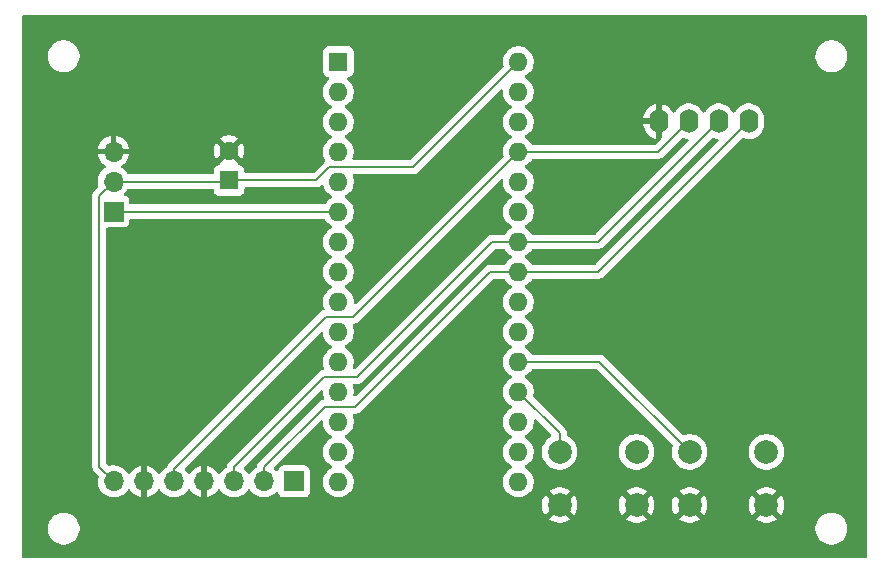
<source format=gbr>
%TF.GenerationSoftware,KiCad,Pcbnew,9.0.4-9.0.4-0~ubuntu22.04.1*%
%TF.CreationDate,2025-11-01T21:48:54+01:00*%
%TF.ProjectId,AutomatedBlinds,4175746f-6d61-4746-9564-426c696e6473,rev?*%
%TF.SameCoordinates,Original*%
%TF.FileFunction,Copper,L2,Bot*%
%TF.FilePolarity,Positive*%
%FSLAX46Y46*%
G04 Gerber Fmt 4.6, Leading zero omitted, Abs format (unit mm)*
G04 Created by KiCad (PCBNEW 9.0.4-9.0.4-0~ubuntu22.04.1) date 2025-11-01 21:48:54*
%MOMM*%
%LPD*%
G01*
G04 APERTURE LIST*
%TA.AperFunction,ComponentPad*%
%ADD10O,1.600000X1.600000*%
%TD*%
%TA.AperFunction,ComponentPad*%
%ADD11R,1.600000X1.600000*%
%TD*%
%TA.AperFunction,ComponentPad*%
%ADD12O,1.700000X1.700000*%
%TD*%
%TA.AperFunction,ComponentPad*%
%ADD13R,1.700000X1.700000*%
%TD*%
%TA.AperFunction,ComponentPad*%
%ADD14C,2.000000*%
%TD*%
%TA.AperFunction,ComponentPad*%
%ADD15C,1.600000*%
%TD*%
%TA.AperFunction,ComponentPad*%
%ADD16O,1.600000X2.000000*%
%TD*%
%TA.AperFunction,Conductor*%
%ADD17C,0.200000*%
%TD*%
G04 APERTURE END LIST*
D10*
%TO.P,A1,30,VIN*%
%TO.N,+6V*%
X158500000Y-72460000D03*
%TO.P,A1,29,GND*%
%TO.N,unconnected-(A1-GND-Pad29)*%
X158500000Y-75000000D03*
%TO.P,A1,28,~{RESET}*%
%TO.N,unconnected-(A1-~{RESET}-Pad28)*%
X158500000Y-77540000D03*
%TO.P,A1,27,+5V*%
%TO.N,+5V*%
X158500000Y-80080000D03*
%TO.P,A1,26,A7*%
%TO.N,unconnected-(A1-A7-Pad26)*%
X158500000Y-82620000D03*
%TO.P,A1,25,A6*%
%TO.N,unconnected-(A1-A6-Pad25)*%
X158500000Y-85160000D03*
%TO.P,A1,24,A5*%
%TO.N,Net-(A1-A5)*%
X158500000Y-87700000D03*
%TO.P,A1,23,A4*%
%TO.N,Net-(A1-A4)*%
X158500000Y-90240000D03*
%TO.P,A1,22,A3*%
%TO.N,unconnected-(A1-A3-Pad22)*%
X158500000Y-92780000D03*
%TO.P,A1,21,A2*%
%TO.N,unconnected-(A1-A2-Pad21)*%
X158500000Y-95320000D03*
%TO.P,A1,20,A1*%
%TO.N,Net-(A1-A1)*%
X158500000Y-97860000D03*
%TO.P,A1,19,A0*%
%TO.N,Net-(A1-A0)*%
X158500000Y-100400000D03*
%TO.P,A1,18,AREF*%
%TO.N,unconnected-(A1-AREF-Pad18)*%
X158500000Y-102940000D03*
%TO.P,A1,17,3V3*%
%TO.N,unconnected-(A1-3V3-Pad17)*%
X158500000Y-105480000D03*
%TO.P,A1,16,D13*%
%TO.N,unconnected-(A1-D13-Pad16)*%
X158500000Y-108020000D03*
%TO.P,A1,15,D12*%
%TO.N,unconnected-(A1-D12-Pad15)*%
X143260000Y-108020000D03*
%TO.P,A1,14,D11*%
%TO.N,Net-(A1-D11)*%
X143260000Y-105480000D03*
%TO.P,A1,13,D10*%
%TO.N,unconnected-(A1-D10-Pad13)*%
X143260000Y-102940000D03*
%TO.P,A1,12,D9*%
%TO.N,unconnected-(A1-D9-Pad12)*%
X143260000Y-100400000D03*
%TO.P,A1,11,D8*%
%TO.N,unconnected-(A1-D8-Pad11)*%
X143260000Y-97860000D03*
%TO.P,A1,10,D7*%
%TO.N,unconnected-(A1-D7-Pad10)*%
X143260000Y-95320000D03*
%TO.P,A1,9,D6*%
%TO.N,unconnected-(A1-D6-Pad9)*%
X143260000Y-92780000D03*
%TO.P,A1,8,D5*%
%TO.N,unconnected-(A1-D5-Pad8)*%
X143260000Y-90240000D03*
%TO.P,A1,7,D4*%
%TO.N,unconnected-(A1-D4-Pad7)*%
X143260000Y-87700000D03*
%TO.P,A1,6,D3*%
%TO.N,Net-(A1-D3)*%
X143260000Y-85160000D03*
%TO.P,A1,5,D2*%
%TO.N,unconnected-(A1-D2-Pad5)*%
X143260000Y-82620000D03*
%TO.P,A1,4,GND*%
%TO.N,unconnected-(A1-GND-Pad4)*%
X143260000Y-80080000D03*
%TO.P,A1,3,~{RESET}*%
%TO.N,unconnected-(A1-~{RESET}-Pad3)*%
X143260000Y-77540000D03*
%TO.P,A1,2,D0/RX*%
%TO.N,unconnected-(A1-D0{slash}RX-Pad2)*%
X143260000Y-75000000D03*
D11*
%TO.P,A1,1,D1/TX*%
%TO.N,unconnected-(A1-D1{slash}TX-Pad1)*%
X143260000Y-72460000D03*
%TD*%
D12*
%TO.P,J4,7,Pin_7*%
%TO.N,+6V*%
X124260000Y-108000000D03*
%TO.P,J4,6,Pin_6*%
%TO.N,GND*%
X126800000Y-108000000D03*
%TO.P,J4,5,Pin_5*%
%TO.N,+5V*%
X129340000Y-108000000D03*
%TO.P,J4,4,Pin_4*%
%TO.N,GND*%
X131880000Y-108000000D03*
%TO.P,J4,3,Pin_3*%
%TO.N,Net-(A1-A5)*%
X134420000Y-108000000D03*
%TO.P,J4,2,Pin_2*%
%TO.N,Net-(A1-A4)*%
X136960000Y-108000000D03*
D13*
%TO.P,J4,1,Pin_1*%
%TO.N,Net-(A1-D11)*%
X139500000Y-108000000D03*
%TD*%
D14*
%TO.P,SW2,2,2*%
%TO.N,GND*%
X168500000Y-110000000D03*
X162000000Y-110000000D03*
%TO.P,SW2,1,1*%
%TO.N,Net-(A1-A0)*%
X162000000Y-105500000D03*
X168500000Y-105500000D03*
%TD*%
%TO.P,SW1,2,2*%
%TO.N,GND*%
X179500000Y-110000000D03*
X173000000Y-110000000D03*
%TO.P,SW1,1,1*%
%TO.N,Net-(A1-A1)*%
X173000000Y-105500000D03*
X179500000Y-105500000D03*
%TD*%
D11*
%TO.P,C1,1*%
%TO.N,+6V*%
X134000000Y-82500000D03*
D15*
%TO.P,C1,2*%
%TO.N,GND*%
X134000000Y-80000000D03*
%TD*%
D16*
%TO.P,Brd1,4,SDA*%
%TO.N,Net-(A1-A4)*%
X178000000Y-77500000D03*
%TO.P,Brd1,3,SCL*%
%TO.N,Net-(A1-A5)*%
X175460000Y-77500000D03*
%TO.P,Brd1,1,GND*%
%TO.N,GND*%
X170380000Y-77500000D03*
%TO.P,Brd1,2,VCC*%
%TO.N,+5V*%
X172920000Y-77500000D03*
%TD*%
D13*
%TO.P,J2,1,Pin_1*%
%TO.N,Net-(A1-D3)*%
X124220529Y-85151150D03*
D12*
%TO.P,J2,2,Pin_2*%
%TO.N,+6V*%
X124220529Y-82611150D03*
%TO.P,J2,3,Pin_3*%
%TO.N,GND*%
X124220529Y-80071150D03*
%TD*%
D17*
%TO.N,+5V*%
X172920000Y-77500000D02*
X170340000Y-80080000D01*
X170340000Y-80080000D02*
X158500000Y-80080000D01*
%TO.N,Net-(A1-D3)*%
X124220529Y-85151150D02*
X143251150Y-85151150D01*
X143251150Y-85151150D02*
X143260000Y-85160000D01*
%TO.N,+5V*%
X142191584Y-94063861D02*
X144516139Y-94063861D01*
X144516139Y-94063861D02*
X158500000Y-80080000D01*
X129340000Y-106915445D02*
X142191584Y-94063861D01*
X129340000Y-108000000D02*
X129340000Y-106915445D01*
%TO.N,Net-(A1-A4)*%
X142097923Y-101659996D02*
X144700018Y-101659996D01*
X136960000Y-106797919D02*
X142097923Y-101659996D01*
X136960000Y-108000000D02*
X136960000Y-106797919D01*
X144700018Y-101659996D02*
X156120014Y-90240000D01*
X156120014Y-90240000D02*
X158500000Y-90240000D01*
%TO.N,Net-(A1-A5)*%
X134420000Y-108000000D02*
X134420000Y-106797919D01*
X142057923Y-99159996D02*
X144840004Y-99159996D01*
X134420000Y-106797919D02*
X142057923Y-99159996D01*
X144840004Y-99159996D02*
X156300000Y-87700000D01*
X156300000Y-87700000D02*
X158500000Y-87700000D01*
%TO.N,Net-(A1-A1)*%
X158500000Y-97860000D02*
X165360000Y-97860000D01*
X165360000Y-97860000D02*
X173000000Y-105500000D01*
%TO.N,Net-(A1-A0)*%
X158500000Y-100400000D02*
X162000000Y-103900000D01*
X162000000Y-103900000D02*
X162000000Y-105500000D01*
%TO.N,Net-(A1-A4)*%
X158500000Y-90240000D02*
X165260000Y-90240000D01*
X165260000Y-90240000D02*
X178000000Y-77500000D01*
%TO.N,Net-(A1-A5)*%
X158500000Y-87700000D02*
X165260000Y-87700000D01*
X165260000Y-87700000D02*
X175460000Y-77500000D01*
%TO.N,+6V*%
X141379794Y-82500000D02*
X142502800Y-81376994D01*
X134000000Y-82500000D02*
X141379794Y-82500000D01*
X142502800Y-81376994D02*
X149583006Y-81376994D01*
X149583006Y-81376994D02*
X158500000Y-72460000D01*
X124220529Y-82611150D02*
X133888850Y-82611150D01*
X133888850Y-82611150D02*
X134000000Y-82500000D01*
X124260000Y-108000000D02*
X123000000Y-106740000D01*
X123000000Y-106740000D02*
X123000000Y-83831679D01*
X123000000Y-83831679D02*
X124220529Y-82611150D01*
%TO.N,Net-(A1-A0)*%
X161600000Y-105500000D02*
X162000000Y-105500000D01*
%TO.N,+5V*%
X129340000Y-108000000D02*
X129340000Y-107620000D01*
%TD*%
%TA.AperFunction,Conductor*%
%TO.N,GND*%
G36*
X142092928Y-85771335D02*
G01*
X142136374Y-85819356D01*
X142147713Y-85841611D01*
X142268028Y-86007213D01*
X142412786Y-86151971D01*
X142538747Y-86243485D01*
X142578390Y-86272287D01*
X142669840Y-86318883D01*
X142671080Y-86319515D01*
X142721876Y-86367490D01*
X142738671Y-86435311D01*
X142716134Y-86501446D01*
X142671080Y-86540485D01*
X142578386Y-86587715D01*
X142412786Y-86708028D01*
X142268028Y-86852786D01*
X142147715Y-87018386D01*
X142054781Y-87200776D01*
X141991522Y-87395465D01*
X141959500Y-87597648D01*
X141959500Y-87802351D01*
X141991522Y-88004534D01*
X142054781Y-88199223D01*
X142147715Y-88381613D01*
X142268028Y-88547213D01*
X142412786Y-88691971D01*
X142567749Y-88804556D01*
X142578390Y-88812287D01*
X142669840Y-88858883D01*
X142671080Y-88859515D01*
X142721876Y-88907490D01*
X142738671Y-88975311D01*
X142716134Y-89041446D01*
X142671080Y-89080485D01*
X142578386Y-89127715D01*
X142412786Y-89248028D01*
X142268028Y-89392786D01*
X142147715Y-89558386D01*
X142054781Y-89740776D01*
X141991522Y-89935465D01*
X141959500Y-90137648D01*
X141959500Y-90342351D01*
X141991522Y-90544534D01*
X142054781Y-90739223D01*
X142147715Y-90921613D01*
X142268028Y-91087213D01*
X142412786Y-91231971D01*
X142567749Y-91344556D01*
X142578390Y-91352287D01*
X142669840Y-91398883D01*
X142671080Y-91399515D01*
X142721876Y-91447490D01*
X142738671Y-91515311D01*
X142716134Y-91581446D01*
X142671080Y-91620485D01*
X142578386Y-91667715D01*
X142412786Y-91788028D01*
X142268028Y-91932786D01*
X142147715Y-92098386D01*
X142054781Y-92280776D01*
X141991522Y-92475465D01*
X141959500Y-92677648D01*
X141959500Y-92882351D01*
X141991522Y-93084534D01*
X142054782Y-93279226D01*
X142074752Y-93318418D01*
X142087648Y-93387087D01*
X142061371Y-93451827D01*
X142004265Y-93492084D01*
X141996363Y-93494486D01*
X141959803Y-93504283D01*
X141959801Y-93504283D01*
X141959800Y-93504284D01*
X141959798Y-93504284D01*
X141959793Y-93504287D01*
X141822874Y-93583336D01*
X141822866Y-93583342D01*
X128859481Y-106546727D01*
X128859479Y-106546730D01*
X128813118Y-106627030D01*
X128813116Y-106627033D01*
X128809360Y-106633540D01*
X128780423Y-106683660D01*
X128765838Y-106738087D01*
X128762416Y-106746127D01*
X128745553Y-106766637D01*
X128731734Y-106789310D01*
X128720579Y-106797015D01*
X128718045Y-106800098D01*
X128714433Y-106801260D01*
X128704621Y-106808039D01*
X128632182Y-106844949D01*
X128460213Y-106969890D01*
X128309890Y-107120213D01*
X128184949Y-107292182D01*
X128180202Y-107301499D01*
X128132227Y-107352293D01*
X128064405Y-107369087D01*
X127998271Y-107346548D01*
X127959234Y-107301495D01*
X127954622Y-107292444D01*
X127829727Y-107120540D01*
X127829723Y-107120535D01*
X127679464Y-106970276D01*
X127679459Y-106970272D01*
X127507557Y-106845379D01*
X127318215Y-106748903D01*
X127116124Y-106683241D01*
X127050000Y-106672768D01*
X127050000Y-107566988D01*
X126992993Y-107534075D01*
X126865826Y-107500000D01*
X126734174Y-107500000D01*
X126607007Y-107534075D01*
X126550000Y-107566988D01*
X126550000Y-106672768D01*
X126549999Y-106672768D01*
X126483875Y-106683241D01*
X126281784Y-106748903D01*
X126092442Y-106845379D01*
X125920540Y-106970272D01*
X125920535Y-106970276D01*
X125770276Y-107120535D01*
X125770272Y-107120540D01*
X125645378Y-107292443D01*
X125640762Y-107301502D01*
X125592784Y-107352295D01*
X125524963Y-107369087D01*
X125458829Y-107346546D01*
X125419794Y-107301493D01*
X125415051Y-107292184D01*
X125415049Y-107292181D01*
X125415048Y-107292179D01*
X125290109Y-107120213D01*
X125139786Y-106969890D01*
X124967820Y-106844951D01*
X124778414Y-106748444D01*
X124778413Y-106748443D01*
X124778412Y-106748443D01*
X124576243Y-106682754D01*
X124576241Y-106682753D01*
X124576240Y-106682753D01*
X124414957Y-106657208D01*
X124366287Y-106649500D01*
X124153713Y-106649500D01*
X124129532Y-106653330D01*
X123943757Y-106682753D01*
X123901473Y-106696492D01*
X123886260Y-106696926D01*
X123872003Y-106702244D01*
X123852048Y-106697903D01*
X123831632Y-106698486D01*
X123817545Y-106690397D01*
X123803730Y-106687392D01*
X123775476Y-106666241D01*
X123636819Y-106527584D01*
X123603334Y-106466261D01*
X123600500Y-106439903D01*
X123600500Y-86625649D01*
X123620185Y-86558610D01*
X123672989Y-86512855D01*
X123724500Y-86501649D01*
X125118400Y-86501649D01*
X125118401Y-86501649D01*
X125178012Y-86495241D01*
X125312860Y-86444946D01*
X125428075Y-86358696D01*
X125514325Y-86243481D01*
X125564620Y-86108633D01*
X125571029Y-86049023D01*
X125571029Y-85875650D01*
X125590714Y-85808611D01*
X125643518Y-85762856D01*
X125695029Y-85751650D01*
X142025889Y-85751650D01*
X142092928Y-85771335D01*
G37*
%TD.AperFunction*%
%TA.AperFunction,Conductor*%
G36*
X141880533Y-95326659D02*
G01*
X141936466Y-95368531D01*
X141959672Y-95423442D01*
X141991523Y-95624535D01*
X142054781Y-95819223D01*
X142147715Y-96001613D01*
X142268028Y-96167213D01*
X142412786Y-96311971D01*
X142567749Y-96424556D01*
X142578390Y-96432287D01*
X142669840Y-96478883D01*
X142671080Y-96479515D01*
X142721876Y-96527490D01*
X142738671Y-96595311D01*
X142716134Y-96661446D01*
X142671080Y-96700485D01*
X142578386Y-96747715D01*
X142412786Y-96868028D01*
X142268028Y-97012786D01*
X142147715Y-97178386D01*
X142054781Y-97360776D01*
X141991522Y-97555465D01*
X141959500Y-97757648D01*
X141959500Y-97962351D01*
X141991522Y-98164534D01*
X142054782Y-98359226D01*
X142065983Y-98381208D01*
X142078879Y-98449877D01*
X142052602Y-98514618D01*
X141995495Y-98554874D01*
X141986598Y-98556957D01*
X141986715Y-98557393D01*
X141978866Y-98559496D01*
X141978865Y-98559496D01*
X141826138Y-98600419D01*
X141826137Y-98600419D01*
X141826135Y-98600420D01*
X141826132Y-98600421D01*
X141776019Y-98629355D01*
X141776018Y-98629356D01*
X141732612Y-98654416D01*
X141689208Y-98679475D01*
X141689205Y-98679477D01*
X133939479Y-106429203D01*
X133936176Y-106434925D01*
X133909864Y-106480500D01*
X133860423Y-106566134D01*
X133844106Y-106627030D01*
X133819498Y-106718864D01*
X133818438Y-106726922D01*
X133815885Y-106726585D01*
X133799814Y-106781320D01*
X133751796Y-106824765D01*
X133712180Y-106844950D01*
X133540213Y-106969890D01*
X133389890Y-107120213D01*
X133264949Y-107292182D01*
X133260202Y-107301499D01*
X133212227Y-107352293D01*
X133144405Y-107369087D01*
X133078271Y-107346548D01*
X133039234Y-107301495D01*
X133034622Y-107292444D01*
X132909727Y-107120540D01*
X132909723Y-107120535D01*
X132759464Y-106970276D01*
X132759459Y-106970272D01*
X132587557Y-106845379D01*
X132398215Y-106748903D01*
X132196124Y-106683241D01*
X132130000Y-106672768D01*
X132130000Y-107566988D01*
X132072993Y-107534075D01*
X131945826Y-107500000D01*
X131814174Y-107500000D01*
X131687007Y-107534075D01*
X131630000Y-107566988D01*
X131630000Y-106672768D01*
X131629999Y-106672768D01*
X131563875Y-106683241D01*
X131361784Y-106748903D01*
X131172442Y-106845379D01*
X131000540Y-106970272D01*
X131000535Y-106970276D01*
X130850276Y-107120535D01*
X130850272Y-107120540D01*
X130725378Y-107292443D01*
X130720762Y-107301502D01*
X130672784Y-107352295D01*
X130604963Y-107369087D01*
X130538829Y-107346546D01*
X130499794Y-107301493D01*
X130495051Y-107292184D01*
X130495049Y-107292181D01*
X130495048Y-107292179D01*
X130370109Y-107120213D01*
X130264968Y-107015072D01*
X130231483Y-106953749D01*
X130236467Y-106884057D01*
X130264966Y-106839712D01*
X141749520Y-95355158D01*
X141810841Y-95321675D01*
X141880533Y-95326659D01*
G37*
%TD.AperFunction*%
%TA.AperFunction,Conductor*%
G36*
X187942539Y-68520185D02*
G01*
X187988294Y-68572989D01*
X187999500Y-68624500D01*
X187999500Y-114375500D01*
X187979815Y-114442539D01*
X187927011Y-114488294D01*
X187875500Y-114499500D01*
X116624500Y-114499500D01*
X116557461Y-114479815D01*
X116511706Y-114427011D01*
X116500500Y-114375500D01*
X116500500Y-111893713D01*
X118649500Y-111893713D01*
X118649500Y-112106286D01*
X118682753Y-112316239D01*
X118748444Y-112518414D01*
X118844951Y-112707820D01*
X118969890Y-112879786D01*
X119120213Y-113030109D01*
X119292179Y-113155048D01*
X119292181Y-113155049D01*
X119292184Y-113155051D01*
X119481588Y-113251557D01*
X119683757Y-113317246D01*
X119893713Y-113350500D01*
X119893714Y-113350500D01*
X120106286Y-113350500D01*
X120106287Y-113350500D01*
X120316243Y-113317246D01*
X120518412Y-113251557D01*
X120707816Y-113155051D01*
X120729789Y-113139086D01*
X120879786Y-113030109D01*
X120879788Y-113030106D01*
X120879792Y-113030104D01*
X121030104Y-112879792D01*
X121030106Y-112879788D01*
X121030109Y-112879786D01*
X121155048Y-112707820D01*
X121155047Y-112707820D01*
X121155051Y-112707816D01*
X121251557Y-112518412D01*
X121317246Y-112316243D01*
X121350500Y-112106287D01*
X121350500Y-111893713D01*
X183649500Y-111893713D01*
X183649500Y-112106286D01*
X183682753Y-112316239D01*
X183748444Y-112518414D01*
X183844951Y-112707820D01*
X183969890Y-112879786D01*
X184120213Y-113030109D01*
X184292179Y-113155048D01*
X184292181Y-113155049D01*
X184292184Y-113155051D01*
X184481588Y-113251557D01*
X184683757Y-113317246D01*
X184893713Y-113350500D01*
X184893714Y-113350500D01*
X185106286Y-113350500D01*
X185106287Y-113350500D01*
X185316243Y-113317246D01*
X185518412Y-113251557D01*
X185707816Y-113155051D01*
X185729789Y-113139086D01*
X185879786Y-113030109D01*
X185879788Y-113030106D01*
X185879792Y-113030104D01*
X186030104Y-112879792D01*
X186030106Y-112879788D01*
X186030109Y-112879786D01*
X186155048Y-112707820D01*
X186155047Y-112707820D01*
X186155051Y-112707816D01*
X186251557Y-112518412D01*
X186317246Y-112316243D01*
X186350500Y-112106287D01*
X186350500Y-111893713D01*
X186317246Y-111683757D01*
X186251557Y-111481588D01*
X186155051Y-111292184D01*
X186155049Y-111292181D01*
X186155048Y-111292179D01*
X186030109Y-111120213D01*
X185879786Y-110969890D01*
X185707820Y-110844951D01*
X185518414Y-110748444D01*
X185518413Y-110748443D01*
X185518412Y-110748443D01*
X185316243Y-110682754D01*
X185316241Y-110682753D01*
X185316240Y-110682753D01*
X185154957Y-110657208D01*
X185106287Y-110649500D01*
X184893713Y-110649500D01*
X184845042Y-110657208D01*
X184683760Y-110682753D01*
X184481585Y-110748444D01*
X184292179Y-110844951D01*
X184120213Y-110969890D01*
X183969890Y-111120213D01*
X183844951Y-111292179D01*
X183748444Y-111481585D01*
X183682753Y-111683760D01*
X183649500Y-111893713D01*
X121350500Y-111893713D01*
X121317246Y-111683757D01*
X121251557Y-111481588D01*
X121155051Y-111292184D01*
X121123155Y-111248283D01*
X121123155Y-111248281D01*
X121030109Y-111120214D01*
X121030105Y-111120209D01*
X120879786Y-110969890D01*
X120707820Y-110844951D01*
X120518414Y-110748444D01*
X120518413Y-110748443D01*
X120518412Y-110748443D01*
X120316243Y-110682754D01*
X120316241Y-110682753D01*
X120316240Y-110682753D01*
X120154957Y-110657208D01*
X120106287Y-110649500D01*
X119893713Y-110649500D01*
X119845042Y-110657208D01*
X119683760Y-110682753D01*
X119481585Y-110748444D01*
X119292179Y-110844951D01*
X119120213Y-110969890D01*
X118969890Y-111120213D01*
X118844951Y-111292179D01*
X118748444Y-111481585D01*
X118682753Y-111683760D01*
X118649500Y-111893713D01*
X116500500Y-111893713D01*
X116500500Y-109881947D01*
X160500000Y-109881947D01*
X160500000Y-110118052D01*
X160536934Y-110351247D01*
X160609897Y-110575802D01*
X160717087Y-110786174D01*
X160777338Y-110869104D01*
X160777340Y-110869105D01*
X161476212Y-110170233D01*
X161487482Y-110212292D01*
X161559890Y-110337708D01*
X161662292Y-110440110D01*
X161787708Y-110512518D01*
X161829765Y-110523787D01*
X161130893Y-111222658D01*
X161213828Y-111282914D01*
X161424197Y-111390102D01*
X161648752Y-111463065D01*
X161648751Y-111463065D01*
X161881948Y-111500000D01*
X162118052Y-111500000D01*
X162351247Y-111463065D01*
X162575802Y-111390102D01*
X162786163Y-111282918D01*
X162786169Y-111282914D01*
X162869104Y-111222658D01*
X162869105Y-111222658D01*
X162170233Y-110523787D01*
X162212292Y-110512518D01*
X162337708Y-110440110D01*
X162440110Y-110337708D01*
X162512518Y-110212292D01*
X162523787Y-110170233D01*
X163222658Y-110869105D01*
X163222658Y-110869104D01*
X163282914Y-110786169D01*
X163282918Y-110786163D01*
X163390102Y-110575802D01*
X163463065Y-110351247D01*
X163500000Y-110118052D01*
X163500000Y-109881947D01*
X167000000Y-109881947D01*
X167000000Y-110118052D01*
X167036934Y-110351247D01*
X167109897Y-110575802D01*
X167217087Y-110786174D01*
X167277338Y-110869104D01*
X167277340Y-110869105D01*
X167976212Y-110170233D01*
X167987482Y-110212292D01*
X168059890Y-110337708D01*
X168162292Y-110440110D01*
X168287708Y-110512518D01*
X168329765Y-110523787D01*
X167630893Y-111222658D01*
X167713828Y-111282914D01*
X167924197Y-111390102D01*
X168148752Y-111463065D01*
X168148751Y-111463065D01*
X168381948Y-111500000D01*
X168618052Y-111500000D01*
X168851247Y-111463065D01*
X169075802Y-111390102D01*
X169286163Y-111282918D01*
X169286169Y-111282914D01*
X169369104Y-111222658D01*
X169369105Y-111222658D01*
X168670233Y-110523787D01*
X168712292Y-110512518D01*
X168837708Y-110440110D01*
X168940110Y-110337708D01*
X169012518Y-110212292D01*
X169023787Y-110170233D01*
X169722658Y-110869105D01*
X169722658Y-110869104D01*
X169782914Y-110786169D01*
X169782918Y-110786163D01*
X169890102Y-110575802D01*
X169963065Y-110351247D01*
X170000000Y-110118052D01*
X170000000Y-109881947D01*
X171500000Y-109881947D01*
X171500000Y-110118052D01*
X171536934Y-110351247D01*
X171609897Y-110575802D01*
X171717087Y-110786174D01*
X171777338Y-110869104D01*
X171777340Y-110869105D01*
X172476212Y-110170233D01*
X172487482Y-110212292D01*
X172559890Y-110337708D01*
X172662292Y-110440110D01*
X172787708Y-110512518D01*
X172829765Y-110523787D01*
X172130893Y-111222658D01*
X172213828Y-111282914D01*
X172424197Y-111390102D01*
X172648752Y-111463065D01*
X172648751Y-111463065D01*
X172881948Y-111500000D01*
X173118052Y-111500000D01*
X173351247Y-111463065D01*
X173575802Y-111390102D01*
X173786163Y-111282918D01*
X173786169Y-111282914D01*
X173869104Y-111222658D01*
X173869105Y-111222658D01*
X173170233Y-110523787D01*
X173212292Y-110512518D01*
X173337708Y-110440110D01*
X173440110Y-110337708D01*
X173512518Y-110212292D01*
X173523787Y-110170233D01*
X174222658Y-110869105D01*
X174222658Y-110869104D01*
X174282914Y-110786169D01*
X174282918Y-110786163D01*
X174390102Y-110575802D01*
X174463065Y-110351247D01*
X174500000Y-110118052D01*
X174500000Y-109881947D01*
X178000000Y-109881947D01*
X178000000Y-110118052D01*
X178036934Y-110351247D01*
X178109897Y-110575802D01*
X178217087Y-110786174D01*
X178277338Y-110869104D01*
X178277340Y-110869105D01*
X178976212Y-110170233D01*
X178987482Y-110212292D01*
X179059890Y-110337708D01*
X179162292Y-110440110D01*
X179287708Y-110512518D01*
X179329765Y-110523787D01*
X178630893Y-111222658D01*
X178713828Y-111282914D01*
X178924197Y-111390102D01*
X179148752Y-111463065D01*
X179148751Y-111463065D01*
X179381948Y-111500000D01*
X179618052Y-111500000D01*
X179851247Y-111463065D01*
X180075802Y-111390102D01*
X180286163Y-111282918D01*
X180286169Y-111282914D01*
X180369104Y-111222658D01*
X180369105Y-111222658D01*
X179670233Y-110523787D01*
X179712292Y-110512518D01*
X179837708Y-110440110D01*
X179940110Y-110337708D01*
X180012518Y-110212292D01*
X180023787Y-110170234D01*
X180722658Y-110869105D01*
X180722658Y-110869104D01*
X180782914Y-110786169D01*
X180782918Y-110786163D01*
X180890102Y-110575802D01*
X180963065Y-110351247D01*
X181000000Y-110118052D01*
X181000000Y-109881947D01*
X180963065Y-109648752D01*
X180890102Y-109424197D01*
X180782914Y-109213828D01*
X180722658Y-109130894D01*
X180722658Y-109130893D01*
X180023787Y-109829765D01*
X180012518Y-109787708D01*
X179940110Y-109662292D01*
X179837708Y-109559890D01*
X179712292Y-109487482D01*
X179670234Y-109476212D01*
X180369105Y-108777340D01*
X180369104Y-108777338D01*
X180286174Y-108717087D01*
X180075802Y-108609897D01*
X179851247Y-108536934D01*
X179851248Y-108536934D01*
X179618052Y-108500000D01*
X179381948Y-108500000D01*
X179148752Y-108536934D01*
X178924197Y-108609897D01*
X178713830Y-108717084D01*
X178630894Y-108777340D01*
X179329766Y-109476212D01*
X179287708Y-109487482D01*
X179162292Y-109559890D01*
X179059890Y-109662292D01*
X178987482Y-109787708D01*
X178976212Y-109829766D01*
X178277340Y-109130894D01*
X178217084Y-109213830D01*
X178109897Y-109424197D01*
X178036934Y-109648752D01*
X178000000Y-109881947D01*
X174500000Y-109881947D01*
X174463065Y-109648752D01*
X174390102Y-109424197D01*
X174282914Y-109213828D01*
X174222658Y-109130894D01*
X174222658Y-109130893D01*
X173523787Y-109829765D01*
X173512518Y-109787708D01*
X173440110Y-109662292D01*
X173337708Y-109559890D01*
X173212292Y-109487482D01*
X173170234Y-109476212D01*
X173869105Y-108777340D01*
X173869104Y-108777339D01*
X173786174Y-108717087D01*
X173575802Y-108609897D01*
X173351247Y-108536934D01*
X173351248Y-108536934D01*
X173118052Y-108500000D01*
X172881948Y-108500000D01*
X172648752Y-108536934D01*
X172424197Y-108609897D01*
X172213830Y-108717084D01*
X172130894Y-108777340D01*
X172829766Y-109476212D01*
X172787708Y-109487482D01*
X172662292Y-109559890D01*
X172559890Y-109662292D01*
X172487482Y-109787708D01*
X172476212Y-109829766D01*
X171777340Y-109130894D01*
X171717084Y-109213830D01*
X171609897Y-109424197D01*
X171536934Y-109648752D01*
X171500000Y-109881947D01*
X170000000Y-109881947D01*
X169963065Y-109648752D01*
X169890102Y-109424197D01*
X169782914Y-109213828D01*
X169722658Y-109130894D01*
X169722658Y-109130893D01*
X169023787Y-109829765D01*
X169012518Y-109787708D01*
X168940110Y-109662292D01*
X168837708Y-109559890D01*
X168712292Y-109487482D01*
X168670234Y-109476212D01*
X169369105Y-108777340D01*
X169369104Y-108777339D01*
X169286174Y-108717087D01*
X169075802Y-108609897D01*
X168851247Y-108536934D01*
X168851248Y-108536934D01*
X168618052Y-108500000D01*
X168381948Y-108500000D01*
X168148752Y-108536934D01*
X167924197Y-108609897D01*
X167713830Y-108717084D01*
X167630894Y-108777340D01*
X168329766Y-109476212D01*
X168287708Y-109487482D01*
X168162292Y-109559890D01*
X168059890Y-109662292D01*
X167987482Y-109787708D01*
X167976212Y-109829766D01*
X167277340Y-109130894D01*
X167217084Y-109213830D01*
X167109897Y-109424197D01*
X167036934Y-109648752D01*
X167000000Y-109881947D01*
X163500000Y-109881947D01*
X163463065Y-109648752D01*
X163390102Y-109424197D01*
X163282914Y-109213828D01*
X163222658Y-109130894D01*
X163222658Y-109130893D01*
X162523787Y-109829765D01*
X162512518Y-109787708D01*
X162440110Y-109662292D01*
X162337708Y-109559890D01*
X162212292Y-109487482D01*
X162170234Y-109476212D01*
X162869105Y-108777340D01*
X162869104Y-108777339D01*
X162786174Y-108717087D01*
X162575802Y-108609897D01*
X162351247Y-108536934D01*
X162351248Y-108536934D01*
X162118052Y-108500000D01*
X161881948Y-108500000D01*
X161648752Y-108536934D01*
X161424197Y-108609897D01*
X161213830Y-108717084D01*
X161130894Y-108777340D01*
X161829766Y-109476212D01*
X161787708Y-109487482D01*
X161662292Y-109559890D01*
X161559890Y-109662292D01*
X161487482Y-109787708D01*
X161476212Y-109829766D01*
X160777340Y-109130894D01*
X160717084Y-109213830D01*
X160609897Y-109424197D01*
X160536934Y-109648752D01*
X160500000Y-109881947D01*
X116500500Y-109881947D01*
X116500500Y-106819054D01*
X122399498Y-106819054D01*
X122440018Y-106970276D01*
X122440423Y-106971785D01*
X122457002Y-107000500D01*
X122515677Y-107102129D01*
X122519479Y-107108714D01*
X122519481Y-107108717D01*
X122638349Y-107227585D01*
X122638355Y-107227590D01*
X122926241Y-107515476D01*
X122959726Y-107576799D01*
X122956492Y-107641473D01*
X122942753Y-107683757D01*
X122923233Y-107807007D01*
X122909500Y-107893713D01*
X122909500Y-108106287D01*
X122919534Y-108169644D01*
X122942753Y-108316239D01*
X123008444Y-108518414D01*
X123104951Y-108707820D01*
X123229890Y-108879786D01*
X123380213Y-109030109D01*
X123552179Y-109155048D01*
X123552181Y-109155049D01*
X123552184Y-109155051D01*
X123741588Y-109251557D01*
X123943757Y-109317246D01*
X124153713Y-109350500D01*
X124153714Y-109350500D01*
X124366286Y-109350500D01*
X124366287Y-109350500D01*
X124576243Y-109317246D01*
X124778412Y-109251557D01*
X124967816Y-109155051D01*
X124999152Y-109132284D01*
X125139786Y-109030109D01*
X125139788Y-109030106D01*
X125139792Y-109030104D01*
X125290104Y-108879792D01*
X125290106Y-108879788D01*
X125290109Y-108879786D01*
X125415048Y-108707820D01*
X125415051Y-108707816D01*
X125419793Y-108698508D01*
X125467763Y-108647711D01*
X125535583Y-108630911D01*
X125601719Y-108653445D01*
X125640763Y-108698500D01*
X125645377Y-108707555D01*
X125770272Y-108879459D01*
X125770276Y-108879464D01*
X125920535Y-109029723D01*
X125920540Y-109029727D01*
X126092442Y-109154620D01*
X126281782Y-109251095D01*
X126483871Y-109316757D01*
X126550000Y-109327231D01*
X126550000Y-108433012D01*
X126607007Y-108465925D01*
X126734174Y-108500000D01*
X126865826Y-108500000D01*
X126992993Y-108465925D01*
X127050000Y-108433012D01*
X127050000Y-109327230D01*
X127116126Y-109316757D01*
X127116129Y-109316757D01*
X127318217Y-109251095D01*
X127507557Y-109154620D01*
X127679459Y-109029727D01*
X127679464Y-109029723D01*
X127829723Y-108879464D01*
X127829727Y-108879459D01*
X127954620Y-108707558D01*
X127959232Y-108698507D01*
X128007205Y-108647709D01*
X128075025Y-108630912D01*
X128141161Y-108653447D01*
X128180204Y-108698504D01*
X128184949Y-108707817D01*
X128309890Y-108879786D01*
X128460213Y-109030109D01*
X128632179Y-109155048D01*
X128632181Y-109155049D01*
X128632184Y-109155051D01*
X128821588Y-109251557D01*
X129023757Y-109317246D01*
X129233713Y-109350500D01*
X129233714Y-109350500D01*
X129446286Y-109350500D01*
X129446287Y-109350500D01*
X129656243Y-109317246D01*
X129858412Y-109251557D01*
X130047816Y-109155051D01*
X130079152Y-109132284D01*
X130219786Y-109030109D01*
X130219788Y-109030106D01*
X130219792Y-109030104D01*
X130370104Y-108879792D01*
X130370106Y-108879788D01*
X130370109Y-108879786D01*
X130495048Y-108707820D01*
X130495051Y-108707816D01*
X130499793Y-108698508D01*
X130547763Y-108647711D01*
X130615583Y-108630911D01*
X130681719Y-108653445D01*
X130720763Y-108698500D01*
X130725377Y-108707555D01*
X130850272Y-108879459D01*
X130850276Y-108879464D01*
X131000535Y-109029723D01*
X131000540Y-109029727D01*
X131172442Y-109154620D01*
X131361782Y-109251095D01*
X131563871Y-109316757D01*
X131630000Y-109327231D01*
X131630000Y-108433012D01*
X131687007Y-108465925D01*
X131814174Y-108500000D01*
X131945826Y-108500000D01*
X132072993Y-108465925D01*
X132130000Y-108433012D01*
X132130000Y-109327230D01*
X132196126Y-109316757D01*
X132196129Y-109316757D01*
X132398217Y-109251095D01*
X132587557Y-109154620D01*
X132759459Y-109029727D01*
X132759464Y-109029723D01*
X132909723Y-108879464D01*
X132909727Y-108879459D01*
X133034620Y-108707558D01*
X133039232Y-108698507D01*
X133087205Y-108647709D01*
X133155025Y-108630912D01*
X133221161Y-108653447D01*
X133260204Y-108698504D01*
X133264949Y-108707817D01*
X133389890Y-108879786D01*
X133540213Y-109030109D01*
X133712179Y-109155048D01*
X133712181Y-109155049D01*
X133712184Y-109155051D01*
X133901588Y-109251557D01*
X134103757Y-109317246D01*
X134313713Y-109350500D01*
X134313714Y-109350500D01*
X134526286Y-109350500D01*
X134526287Y-109350500D01*
X134736243Y-109317246D01*
X134938412Y-109251557D01*
X135127816Y-109155051D01*
X135159152Y-109132284D01*
X135299786Y-109030109D01*
X135299788Y-109030106D01*
X135299792Y-109030104D01*
X135450104Y-108879792D01*
X135450106Y-108879788D01*
X135450109Y-108879786D01*
X135575048Y-108707820D01*
X135575047Y-108707820D01*
X135575051Y-108707816D01*
X135579514Y-108699054D01*
X135627488Y-108648259D01*
X135695308Y-108631463D01*
X135761444Y-108653999D01*
X135800484Y-108699054D01*
X135804591Y-108707115D01*
X135804951Y-108707820D01*
X135929890Y-108879786D01*
X136080213Y-109030109D01*
X136252179Y-109155048D01*
X136252181Y-109155049D01*
X136252184Y-109155051D01*
X136441588Y-109251557D01*
X136643757Y-109317246D01*
X136853713Y-109350500D01*
X136853714Y-109350500D01*
X137066286Y-109350500D01*
X137066287Y-109350500D01*
X137276243Y-109317246D01*
X137478412Y-109251557D01*
X137667816Y-109155051D01*
X137839792Y-109030104D01*
X137953329Y-108916566D01*
X138014648Y-108883084D01*
X138084340Y-108888068D01*
X138140274Y-108929939D01*
X138157189Y-108960917D01*
X138206202Y-109092328D01*
X138206206Y-109092335D01*
X138292452Y-109207544D01*
X138292455Y-109207547D01*
X138407664Y-109293793D01*
X138407671Y-109293797D01*
X138542517Y-109344091D01*
X138542516Y-109344091D01*
X138549444Y-109344835D01*
X138602127Y-109350500D01*
X140397872Y-109350499D01*
X140457483Y-109344091D01*
X140592331Y-109293796D01*
X140707546Y-109207546D01*
X140793796Y-109092331D01*
X140844091Y-108957483D01*
X140850500Y-108897873D01*
X140850499Y-107102128D01*
X140844091Y-107042517D01*
X140842810Y-107039083D01*
X140793797Y-106907671D01*
X140793793Y-106907664D01*
X140707547Y-106792455D01*
X140707544Y-106792452D01*
X140592335Y-106706206D01*
X140592328Y-106706202D01*
X140457482Y-106655908D01*
X140457483Y-106655908D01*
X140397883Y-106649501D01*
X140397881Y-106649500D01*
X140397873Y-106649500D01*
X140397864Y-106649500D01*
X138602129Y-106649500D01*
X138602123Y-106649501D01*
X138542516Y-106655908D01*
X138407671Y-106706202D01*
X138407664Y-106706206D01*
X138292455Y-106792452D01*
X138292452Y-106792455D01*
X138206206Y-106907664D01*
X138206203Y-106907669D01*
X138157189Y-107039083D01*
X138136529Y-107066680D01*
X138116141Y-107094394D01*
X138115638Y-107094586D01*
X138115317Y-107095016D01*
X138083045Y-107107052D01*
X138050882Y-107119355D01*
X138050356Y-107119245D01*
X138049853Y-107119433D01*
X138016204Y-107112113D01*
X137982488Y-107105072D01*
X137981928Y-107104656D01*
X137981580Y-107104581D01*
X137954059Y-107084157D01*
X137953695Y-107083799D01*
X137839792Y-106969896D01*
X137832474Y-106964579D01*
X137825880Y-106958094D01*
X137813192Y-106935312D01*
X137797272Y-106914661D01*
X137796467Y-106905280D01*
X137791885Y-106897052D01*
X137793529Y-106871024D01*
X137791301Y-106845047D01*
X137795696Y-106836719D01*
X137796290Y-106827321D01*
X137811742Y-106806317D01*
X137823914Y-106783255D01*
X137825074Y-106782078D01*
X141747819Y-102859334D01*
X141809142Y-102825849D01*
X141878834Y-102830833D01*
X141934767Y-102872705D01*
X141959184Y-102938169D01*
X141959500Y-102947015D01*
X141959500Y-103042351D01*
X141991522Y-103244534D01*
X142054781Y-103439223D01*
X142147715Y-103621613D01*
X142268028Y-103787213D01*
X142412786Y-103931971D01*
X142556588Y-104036447D01*
X142578390Y-104052287D01*
X142669840Y-104098883D01*
X142671080Y-104099515D01*
X142721876Y-104147490D01*
X142738671Y-104215311D01*
X142716134Y-104281446D01*
X142671080Y-104320485D01*
X142578386Y-104367715D01*
X142412786Y-104488028D01*
X142268028Y-104632786D01*
X142147715Y-104798386D01*
X142054781Y-104980776D01*
X141991522Y-105175465D01*
X141959500Y-105377648D01*
X141959500Y-105582351D01*
X141991522Y-105784534D01*
X142054781Y-105979223D01*
X142147715Y-106161613D01*
X142268028Y-106327213D01*
X142412786Y-106471971D01*
X142542390Y-106566132D01*
X142578390Y-106592287D01*
X142669840Y-106638883D01*
X142671080Y-106639515D01*
X142721876Y-106687490D01*
X142738671Y-106755311D01*
X142716134Y-106821446D01*
X142671080Y-106860485D01*
X142578386Y-106907715D01*
X142412786Y-107028028D01*
X142268028Y-107172786D01*
X142147715Y-107338386D01*
X142054781Y-107520776D01*
X141991522Y-107715465D01*
X141959500Y-107917648D01*
X141959500Y-108122351D01*
X141991522Y-108324534D01*
X142054781Y-108519223D01*
X142111971Y-108631463D01*
X142146133Y-108698510D01*
X142147715Y-108701613D01*
X142268028Y-108867213D01*
X142412786Y-109011971D01*
X142523400Y-109092335D01*
X142578390Y-109132287D01*
X142694607Y-109191503D01*
X142760776Y-109225218D01*
X142760778Y-109225218D01*
X142760781Y-109225220D01*
X142840416Y-109251095D01*
X142955465Y-109288477D01*
X143056557Y-109304488D01*
X143157648Y-109320500D01*
X143157649Y-109320500D01*
X143362351Y-109320500D01*
X143362352Y-109320500D01*
X143564534Y-109288477D01*
X143759219Y-109225220D01*
X143941610Y-109132287D01*
X144082246Y-109030110D01*
X144107213Y-109011971D01*
X144107215Y-109011968D01*
X144107219Y-109011966D01*
X144251966Y-108867219D01*
X144251968Y-108867215D01*
X144251971Y-108867213D01*
X144317268Y-108777338D01*
X144372287Y-108701610D01*
X144465220Y-108519219D01*
X144528477Y-108324534D01*
X144560500Y-108122352D01*
X144560500Y-107917648D01*
X144528477Y-107715466D01*
X144465220Y-107520781D01*
X144465218Y-107520778D01*
X144465218Y-107520776D01*
X144431503Y-107454607D01*
X144372287Y-107338390D01*
X144345487Y-107301502D01*
X144251971Y-107172786D01*
X144107213Y-107028028D01*
X143941614Y-106907715D01*
X143935006Y-106904348D01*
X143848917Y-106860483D01*
X143798123Y-106812511D01*
X143781328Y-106744690D01*
X143803865Y-106678555D01*
X143848917Y-106639516D01*
X143941610Y-106592287D01*
X143977610Y-106566132D01*
X144107213Y-106471971D01*
X144107215Y-106471968D01*
X144107219Y-106471966D01*
X144251966Y-106327219D01*
X144251968Y-106327215D01*
X144251971Y-106327213D01*
X144304732Y-106254590D01*
X144372287Y-106161610D01*
X144465220Y-105979219D01*
X144528477Y-105784534D01*
X144560500Y-105582352D01*
X144560500Y-105377648D01*
X144528477Y-105175466D01*
X144465220Y-104980781D01*
X144465218Y-104980778D01*
X144465218Y-104980776D01*
X144422243Y-104896435D01*
X144372287Y-104798390D01*
X144364556Y-104787749D01*
X144251971Y-104632786D01*
X144107213Y-104488028D01*
X143941614Y-104367715D01*
X143917607Y-104355483D01*
X143848917Y-104320483D01*
X143798123Y-104272511D01*
X143781328Y-104204690D01*
X143803865Y-104138555D01*
X143848917Y-104099516D01*
X143941610Y-104052287D01*
X144014266Y-103999500D01*
X144107213Y-103931971D01*
X144107215Y-103931968D01*
X144107219Y-103931966D01*
X144251966Y-103787219D01*
X144251968Y-103787215D01*
X144251971Y-103787213D01*
X144338431Y-103668209D01*
X144372287Y-103621610D01*
X144465220Y-103439219D01*
X144528477Y-103244534D01*
X144560500Y-103042352D01*
X144560500Y-102837648D01*
X144548426Y-102761416D01*
X144528477Y-102635465D01*
X144516736Y-102599332D01*
X144465220Y-102440781D01*
X144465216Y-102440773D01*
X144465215Y-102440770D01*
X144463542Y-102436730D01*
X144462916Y-102436007D01*
X144458308Y-102403959D01*
X144452328Y-102372127D01*
X144453363Y-102369574D01*
X144452972Y-102366849D01*
X144466425Y-102337390D01*
X144478602Y-102307386D01*
X144480852Y-102305799D01*
X144481997Y-102303293D01*
X144509248Y-102285779D01*
X144535707Y-102267126D01*
X144539166Y-102266552D01*
X144540775Y-102265519D01*
X144575710Y-102260496D01*
X144613349Y-102260496D01*
X144613365Y-102260497D01*
X144620961Y-102260497D01*
X144779072Y-102260497D01*
X144779075Y-102260497D01*
X144931803Y-102219573D01*
X144981922Y-102190635D01*
X145068734Y-102140516D01*
X145180538Y-102028712D01*
X145180538Y-102028710D01*
X145190746Y-102018503D01*
X145190747Y-102018500D01*
X156332430Y-90876819D01*
X156393753Y-90843334D01*
X156420111Y-90840500D01*
X157270398Y-90840500D01*
X157337437Y-90860185D01*
X157380883Y-90908205D01*
X157387715Y-90921614D01*
X157508028Y-91087213D01*
X157652786Y-91231971D01*
X157807749Y-91344556D01*
X157818390Y-91352287D01*
X157909840Y-91398883D01*
X157911080Y-91399515D01*
X157961876Y-91447490D01*
X157978671Y-91515311D01*
X157956134Y-91581446D01*
X157911080Y-91620485D01*
X157818386Y-91667715D01*
X157652786Y-91788028D01*
X157508028Y-91932786D01*
X157387715Y-92098386D01*
X157294781Y-92280776D01*
X157231522Y-92475465D01*
X157199500Y-92677648D01*
X157199500Y-92882351D01*
X157231522Y-93084534D01*
X157294781Y-93279223D01*
X157358691Y-93404653D01*
X157382728Y-93451827D01*
X157387715Y-93461613D01*
X157508028Y-93627213D01*
X157652786Y-93771971D01*
X157807749Y-93884556D01*
X157818390Y-93892287D01*
X157909840Y-93938883D01*
X157911080Y-93939515D01*
X157961876Y-93987490D01*
X157978671Y-94055311D01*
X157956134Y-94121446D01*
X157911080Y-94160485D01*
X157818386Y-94207715D01*
X157652786Y-94328028D01*
X157508028Y-94472786D01*
X157387715Y-94638386D01*
X157294781Y-94820776D01*
X157231522Y-95015465D01*
X157199500Y-95217648D01*
X157199500Y-95422351D01*
X157231522Y-95624534D01*
X157294781Y-95819223D01*
X157387715Y-96001613D01*
X157508028Y-96167213D01*
X157652786Y-96311971D01*
X157807749Y-96424556D01*
X157818390Y-96432287D01*
X157909840Y-96478883D01*
X157911080Y-96479515D01*
X157961876Y-96527490D01*
X157978671Y-96595311D01*
X157956134Y-96661446D01*
X157911080Y-96700485D01*
X157818386Y-96747715D01*
X157652786Y-96868028D01*
X157508028Y-97012786D01*
X157387715Y-97178386D01*
X157294781Y-97360776D01*
X157231522Y-97555465D01*
X157199500Y-97757648D01*
X157199500Y-97962351D01*
X157231522Y-98164534D01*
X157294781Y-98359223D01*
X157387715Y-98541613D01*
X157508028Y-98707213D01*
X157652786Y-98851971D01*
X157807749Y-98964556D01*
X157818390Y-98972287D01*
X157909840Y-99018883D01*
X157911080Y-99019515D01*
X157961876Y-99067490D01*
X157978671Y-99135311D01*
X157956134Y-99201446D01*
X157911080Y-99240485D01*
X157818386Y-99287715D01*
X157652786Y-99408028D01*
X157508028Y-99552786D01*
X157387715Y-99718386D01*
X157294781Y-99900776D01*
X157231522Y-100095465D01*
X157199500Y-100297648D01*
X157199500Y-100502351D01*
X157231522Y-100704534D01*
X157294781Y-100899223D01*
X157358691Y-101024653D01*
X157382032Y-101070461D01*
X157387715Y-101081613D01*
X157508028Y-101247213D01*
X157652786Y-101391971D01*
X157807749Y-101504556D01*
X157818390Y-101512287D01*
X157909840Y-101558883D01*
X157911080Y-101559515D01*
X157961876Y-101607490D01*
X157978671Y-101675311D01*
X157956134Y-101741446D01*
X157911080Y-101780485D01*
X157818386Y-101827715D01*
X157652786Y-101948028D01*
X157508028Y-102092786D01*
X157387715Y-102258386D01*
X157294781Y-102440776D01*
X157231522Y-102635465D01*
X157199500Y-102837648D01*
X157199500Y-103042351D01*
X157231522Y-103244534D01*
X157294781Y-103439223D01*
X157387715Y-103621613D01*
X157508028Y-103787213D01*
X157652786Y-103931971D01*
X157796588Y-104036447D01*
X157818390Y-104052287D01*
X157909840Y-104098883D01*
X157911080Y-104099515D01*
X157961876Y-104147490D01*
X157978671Y-104215311D01*
X157956134Y-104281446D01*
X157911080Y-104320485D01*
X157818386Y-104367715D01*
X157652786Y-104488028D01*
X157508028Y-104632786D01*
X157387715Y-104798386D01*
X157294781Y-104980776D01*
X157231522Y-105175465D01*
X157199500Y-105377648D01*
X157199500Y-105582351D01*
X157231522Y-105784534D01*
X157294781Y-105979223D01*
X157387715Y-106161613D01*
X157508028Y-106327213D01*
X157652786Y-106471971D01*
X157782390Y-106566132D01*
X157818390Y-106592287D01*
X157909840Y-106638883D01*
X157911080Y-106639515D01*
X157961876Y-106687490D01*
X157978671Y-106755311D01*
X157956134Y-106821446D01*
X157911080Y-106860485D01*
X157818386Y-106907715D01*
X157652786Y-107028028D01*
X157508028Y-107172786D01*
X157387715Y-107338386D01*
X157294781Y-107520776D01*
X157231522Y-107715465D01*
X157199500Y-107917648D01*
X157199500Y-108122351D01*
X157231522Y-108324534D01*
X157294781Y-108519223D01*
X157351971Y-108631463D01*
X157386133Y-108698510D01*
X157387715Y-108701613D01*
X157508028Y-108867213D01*
X157652786Y-109011971D01*
X157763400Y-109092335D01*
X157818390Y-109132287D01*
X157934607Y-109191503D01*
X158000776Y-109225218D01*
X158000778Y-109225218D01*
X158000781Y-109225220D01*
X158080416Y-109251095D01*
X158195465Y-109288477D01*
X158296557Y-109304488D01*
X158397648Y-109320500D01*
X158397649Y-109320500D01*
X158602351Y-109320500D01*
X158602352Y-109320500D01*
X158804534Y-109288477D01*
X158999219Y-109225220D01*
X159181610Y-109132287D01*
X159322246Y-109030110D01*
X159347213Y-109011971D01*
X159347215Y-109011968D01*
X159347219Y-109011966D01*
X159491966Y-108867219D01*
X159612287Y-108701610D01*
X159705220Y-108519219D01*
X159768477Y-108324534D01*
X159800500Y-108122352D01*
X159800500Y-107917648D01*
X159768477Y-107715466D01*
X159705220Y-107520781D01*
X159705218Y-107520778D01*
X159705218Y-107520776D01*
X159671503Y-107454607D01*
X159612287Y-107338390D01*
X159585487Y-107301502D01*
X159491971Y-107172786D01*
X159347213Y-107028028D01*
X159181614Y-106907715D01*
X159175006Y-106904348D01*
X159088917Y-106860483D01*
X159038123Y-106812511D01*
X159021328Y-106744690D01*
X159043865Y-106678555D01*
X159088917Y-106639516D01*
X159181610Y-106592287D01*
X159217610Y-106566132D01*
X159347213Y-106471971D01*
X159347215Y-106471968D01*
X159347219Y-106471966D01*
X159491966Y-106327219D01*
X159491968Y-106327215D01*
X159491971Y-106327213D01*
X159544732Y-106254590D01*
X159612287Y-106161610D01*
X159705220Y-105979219D01*
X159768477Y-105784534D01*
X159800500Y-105582352D01*
X159800500Y-105377648D01*
X159768477Y-105175466D01*
X159705220Y-104980781D01*
X159705218Y-104980778D01*
X159705218Y-104980776D01*
X159662243Y-104896435D01*
X159612287Y-104798390D01*
X159604556Y-104787749D01*
X159491971Y-104632786D01*
X159347213Y-104488028D01*
X159181614Y-104367715D01*
X159157607Y-104355483D01*
X159088917Y-104320483D01*
X159038123Y-104272511D01*
X159021328Y-104204690D01*
X159043865Y-104138555D01*
X159088917Y-104099516D01*
X159181610Y-104052287D01*
X159254266Y-103999500D01*
X159347213Y-103931971D01*
X159347215Y-103931968D01*
X159347219Y-103931966D01*
X159491966Y-103787219D01*
X159491968Y-103787215D01*
X159491971Y-103787213D01*
X159578431Y-103668209D01*
X159612287Y-103621610D01*
X159705220Y-103439219D01*
X159768477Y-103244534D01*
X159800500Y-103042352D01*
X159800500Y-102849097D01*
X159820185Y-102782058D01*
X159872989Y-102736303D01*
X159942147Y-102726359D01*
X160005703Y-102755384D01*
X160012181Y-102761416D01*
X161261052Y-104010287D01*
X161294537Y-104071610D01*
X161289553Y-104141302D01*
X161247681Y-104197235D01*
X161229671Y-104208450D01*
X161213569Y-104216654D01*
X161072398Y-104319222D01*
X161022490Y-104355483D01*
X161022488Y-104355485D01*
X161022487Y-104355485D01*
X160855485Y-104522487D01*
X160855485Y-104522488D01*
X160855483Y-104522490D01*
X160795862Y-104604550D01*
X160716657Y-104713566D01*
X160609433Y-104924003D01*
X160536446Y-105148631D01*
X160499500Y-105381902D01*
X160499500Y-105618097D01*
X160536446Y-105851368D01*
X160609433Y-106075996D01*
X160716657Y-106286433D01*
X160855483Y-106477510D01*
X161022490Y-106644517D01*
X161213567Y-106783343D01*
X161294862Y-106824765D01*
X161424003Y-106890566D01*
X161424005Y-106890566D01*
X161424008Y-106890568D01*
X161544412Y-106929689D01*
X161648631Y-106963553D01*
X161881903Y-107000500D01*
X161881908Y-107000500D01*
X162118097Y-107000500D01*
X162351368Y-106963553D01*
X162368169Y-106958094D01*
X162575992Y-106890568D01*
X162786433Y-106783343D01*
X162977510Y-106644517D01*
X163144517Y-106477510D01*
X163283343Y-106286433D01*
X163390568Y-106075992D01*
X163463553Y-105851368D01*
X163500500Y-105618097D01*
X163500500Y-105381902D01*
X166999500Y-105381902D01*
X166999500Y-105618097D01*
X167036446Y-105851368D01*
X167109433Y-106075996D01*
X167216657Y-106286433D01*
X167355483Y-106477510D01*
X167522490Y-106644517D01*
X167713567Y-106783343D01*
X167794862Y-106824765D01*
X167924003Y-106890566D01*
X167924005Y-106890566D01*
X167924008Y-106890568D01*
X168044412Y-106929689D01*
X168148631Y-106963553D01*
X168381903Y-107000500D01*
X168381908Y-107000500D01*
X168618097Y-107000500D01*
X168851368Y-106963553D01*
X168868169Y-106958094D01*
X169075992Y-106890568D01*
X169286433Y-106783343D01*
X169477510Y-106644517D01*
X169644517Y-106477510D01*
X169783343Y-106286433D01*
X169890568Y-106075992D01*
X169963553Y-105851368D01*
X170000500Y-105618097D01*
X170000500Y-105381902D01*
X169963553Y-105148631D01*
X169901534Y-104957758D01*
X169890568Y-104924008D01*
X169890566Y-104924005D01*
X169890566Y-104924003D01*
X169783342Y-104713566D01*
X169644517Y-104522490D01*
X169477510Y-104355483D01*
X169286433Y-104216657D01*
X169270326Y-104208450D01*
X169075996Y-104109433D01*
X168851368Y-104036446D01*
X168618097Y-103999500D01*
X168618092Y-103999500D01*
X168381908Y-103999500D01*
X168381903Y-103999500D01*
X168148631Y-104036446D01*
X167924003Y-104109433D01*
X167713566Y-104216657D01*
X167636691Y-104272511D01*
X167522490Y-104355483D01*
X167522488Y-104355485D01*
X167522487Y-104355485D01*
X167355485Y-104522487D01*
X167355485Y-104522488D01*
X167355483Y-104522490D01*
X167295862Y-104604550D01*
X167216657Y-104713566D01*
X167109433Y-104924003D01*
X167036446Y-105148631D01*
X166999500Y-105381902D01*
X163500500Y-105381902D01*
X163463553Y-105148631D01*
X163401534Y-104957758D01*
X163390568Y-104924008D01*
X163390566Y-104924005D01*
X163390566Y-104924003D01*
X163283342Y-104713566D01*
X163144517Y-104522490D01*
X162977510Y-104355483D01*
X162863309Y-104272511D01*
X162786431Y-104216655D01*
X162668204Y-104156415D01*
X162617409Y-104108441D01*
X162600500Y-104045931D01*
X162600500Y-103820945D01*
X162600500Y-103820943D01*
X162559577Y-103668216D01*
X162532669Y-103621610D01*
X162480524Y-103531290D01*
X162480521Y-103531286D01*
X162480520Y-103531284D01*
X162368716Y-103419480D01*
X162368715Y-103419479D01*
X162364385Y-103415149D01*
X162364374Y-103415139D01*
X159794077Y-100844842D01*
X159760592Y-100783519D01*
X159763828Y-100718841D01*
X159768477Y-100704534D01*
X159800500Y-100502352D01*
X159800500Y-100297648D01*
X159768477Y-100095466D01*
X159768476Y-100095464D01*
X159705218Y-99900776D01*
X159636300Y-99765519D01*
X159612287Y-99718390D01*
X159555709Y-99640516D01*
X159491971Y-99552786D01*
X159347213Y-99408028D01*
X159181614Y-99287715D01*
X159175006Y-99284348D01*
X159088917Y-99240483D01*
X159038123Y-99192511D01*
X159021328Y-99124690D01*
X159043865Y-99058555D01*
X159088917Y-99019516D01*
X159181610Y-98972287D01*
X159202770Y-98956913D01*
X159347213Y-98851971D01*
X159347215Y-98851968D01*
X159347219Y-98851966D01*
X159491966Y-98707219D01*
X159491968Y-98707215D01*
X159491971Y-98707213D01*
X159612284Y-98541614D01*
X159612285Y-98541613D01*
X159612287Y-98541610D01*
X159619117Y-98528204D01*
X159667091Y-98477409D01*
X159729602Y-98460500D01*
X165059903Y-98460500D01*
X165126942Y-98480185D01*
X165147584Y-98496819D01*
X171547200Y-104896435D01*
X171580685Y-104957758D01*
X171577450Y-105022433D01*
X171536447Y-105148628D01*
X171499500Y-105381902D01*
X171499500Y-105618097D01*
X171536446Y-105851368D01*
X171609433Y-106075996D01*
X171716657Y-106286433D01*
X171855483Y-106477510D01*
X172022490Y-106644517D01*
X172213567Y-106783343D01*
X172294862Y-106824765D01*
X172424003Y-106890566D01*
X172424005Y-106890566D01*
X172424008Y-106890568D01*
X172544412Y-106929689D01*
X172648631Y-106963553D01*
X172881903Y-107000500D01*
X172881908Y-107000500D01*
X173118097Y-107000500D01*
X173351368Y-106963553D01*
X173368169Y-106958094D01*
X173575992Y-106890568D01*
X173786433Y-106783343D01*
X173977510Y-106644517D01*
X174144517Y-106477510D01*
X174283343Y-106286433D01*
X174390568Y-106075992D01*
X174463553Y-105851368D01*
X174500500Y-105618097D01*
X174500500Y-105381902D01*
X177999500Y-105381902D01*
X177999500Y-105618097D01*
X178036446Y-105851368D01*
X178109433Y-106075996D01*
X178216657Y-106286433D01*
X178355483Y-106477510D01*
X178522490Y-106644517D01*
X178713567Y-106783343D01*
X178794862Y-106824765D01*
X178924003Y-106890566D01*
X178924005Y-106890566D01*
X178924008Y-106890568D01*
X179044412Y-106929689D01*
X179148631Y-106963553D01*
X179381903Y-107000500D01*
X179381908Y-107000500D01*
X179618097Y-107000500D01*
X179851368Y-106963553D01*
X179868169Y-106958094D01*
X180075992Y-106890568D01*
X180286433Y-106783343D01*
X180477510Y-106644517D01*
X180644517Y-106477510D01*
X180783343Y-106286433D01*
X180890568Y-106075992D01*
X180963553Y-105851368D01*
X181000500Y-105618097D01*
X181000500Y-105381902D01*
X180963553Y-105148631D01*
X180901534Y-104957758D01*
X180890568Y-104924008D01*
X180890566Y-104924005D01*
X180890566Y-104924003D01*
X180783342Y-104713566D01*
X180644517Y-104522490D01*
X180477510Y-104355483D01*
X180286433Y-104216657D01*
X180270326Y-104208450D01*
X180075996Y-104109433D01*
X179851368Y-104036446D01*
X179618097Y-103999500D01*
X179618092Y-103999500D01*
X179381908Y-103999500D01*
X179381903Y-103999500D01*
X179148631Y-104036446D01*
X178924003Y-104109433D01*
X178713566Y-104216657D01*
X178636691Y-104272511D01*
X178522490Y-104355483D01*
X178522488Y-104355485D01*
X178522487Y-104355485D01*
X178355485Y-104522487D01*
X178355485Y-104522488D01*
X178355483Y-104522490D01*
X178295862Y-104604550D01*
X178216657Y-104713566D01*
X178109433Y-104924003D01*
X178036446Y-105148631D01*
X177999500Y-105381902D01*
X174500500Y-105381902D01*
X174463553Y-105148631D01*
X174401534Y-104957758D01*
X174390568Y-104924008D01*
X174390566Y-104924005D01*
X174390566Y-104924003D01*
X174283342Y-104713566D01*
X174144517Y-104522490D01*
X173977510Y-104355483D01*
X173786433Y-104216657D01*
X173770326Y-104208450D01*
X173575996Y-104109433D01*
X173351368Y-104036446D01*
X173118097Y-103999500D01*
X173118092Y-103999500D01*
X172881908Y-103999500D01*
X172881903Y-103999500D01*
X172648628Y-104036447D01*
X172522433Y-104077450D01*
X172452592Y-104079445D01*
X172396435Y-104047200D01*
X165847590Y-97498355D01*
X165847588Y-97498352D01*
X165728717Y-97379481D01*
X165728716Y-97379480D01*
X165641904Y-97329360D01*
X165641904Y-97329359D01*
X165641900Y-97329358D01*
X165591785Y-97300423D01*
X165439057Y-97259499D01*
X165280943Y-97259499D01*
X165273347Y-97259499D01*
X165273331Y-97259500D01*
X159729602Y-97259500D01*
X159662563Y-97239815D01*
X159619117Y-97191795D01*
X159612284Y-97178385D01*
X159491971Y-97012786D01*
X159347213Y-96868028D01*
X159181614Y-96747715D01*
X159175006Y-96744348D01*
X159088917Y-96700483D01*
X159038123Y-96652511D01*
X159021328Y-96584690D01*
X159043865Y-96518555D01*
X159088917Y-96479516D01*
X159181610Y-96432287D01*
X159202770Y-96416913D01*
X159347213Y-96311971D01*
X159347215Y-96311968D01*
X159347219Y-96311966D01*
X159491966Y-96167219D01*
X159491968Y-96167215D01*
X159491971Y-96167213D01*
X159544732Y-96094590D01*
X159612287Y-96001610D01*
X159705220Y-95819219D01*
X159768477Y-95624534D01*
X159800500Y-95422352D01*
X159800500Y-95217648D01*
X159768477Y-95015466D01*
X159705220Y-94820781D01*
X159705218Y-94820778D01*
X159705218Y-94820776D01*
X159671503Y-94754607D01*
X159612287Y-94638390D01*
X159601423Y-94623437D01*
X159491971Y-94472786D01*
X159347213Y-94328028D01*
X159181614Y-94207715D01*
X159175006Y-94204348D01*
X159088917Y-94160483D01*
X159038123Y-94112511D01*
X159021328Y-94044690D01*
X159043865Y-93978555D01*
X159088917Y-93939516D01*
X159181610Y-93892287D01*
X159202770Y-93876913D01*
X159347213Y-93771971D01*
X159347215Y-93771968D01*
X159347219Y-93771966D01*
X159491966Y-93627219D01*
X159491968Y-93627215D01*
X159491971Y-93627213D01*
X159544732Y-93554590D01*
X159612287Y-93461610D01*
X159705220Y-93279219D01*
X159768477Y-93084534D01*
X159800500Y-92882352D01*
X159800500Y-92677648D01*
X159768477Y-92475466D01*
X159705220Y-92280781D01*
X159705218Y-92280778D01*
X159705218Y-92280776D01*
X159671503Y-92214607D01*
X159612287Y-92098390D01*
X159604556Y-92087749D01*
X159491971Y-91932786D01*
X159347213Y-91788028D01*
X159181614Y-91667715D01*
X159175006Y-91664348D01*
X159088917Y-91620483D01*
X159038123Y-91572511D01*
X159021328Y-91504690D01*
X159043865Y-91438555D01*
X159088917Y-91399516D01*
X159181610Y-91352287D01*
X159202770Y-91336913D01*
X159347213Y-91231971D01*
X159347215Y-91231968D01*
X159347219Y-91231966D01*
X159491966Y-91087219D01*
X159491968Y-91087215D01*
X159491971Y-91087213D01*
X159612284Y-90921614D01*
X159612285Y-90921613D01*
X159612287Y-90921610D01*
X159619117Y-90908204D01*
X159667091Y-90857409D01*
X159729602Y-90840500D01*
X165173331Y-90840500D01*
X165173347Y-90840501D01*
X165180943Y-90840501D01*
X165339054Y-90840501D01*
X165339057Y-90840501D01*
X165491785Y-90799577D01*
X165541904Y-90770639D01*
X165628716Y-90720520D01*
X165740520Y-90608716D01*
X165740520Y-90608714D01*
X165750728Y-90598507D01*
X165750729Y-90598504D01*
X177404207Y-78945027D01*
X177465528Y-78911544D01*
X177530199Y-78914778D01*
X177658423Y-78956441D01*
X177695465Y-78968477D01*
X177749801Y-78977083D01*
X177897648Y-79000500D01*
X177897649Y-79000500D01*
X178102351Y-79000500D01*
X178102352Y-79000500D01*
X178304534Y-78968477D01*
X178499219Y-78905220D01*
X178681610Y-78812287D01*
X178792104Y-78732009D01*
X178847213Y-78691971D01*
X178847215Y-78691968D01*
X178847219Y-78691966D01*
X178991966Y-78547219D01*
X178991968Y-78547215D01*
X178991971Y-78547213D01*
X179044732Y-78474590D01*
X179112287Y-78381610D01*
X179205220Y-78199219D01*
X179268477Y-78004534D01*
X179300500Y-77802352D01*
X179300500Y-77197648D01*
X179269195Y-77000000D01*
X179268477Y-76995465D01*
X179223937Y-76858386D01*
X179205220Y-76800781D01*
X179205218Y-76800778D01*
X179205218Y-76800776D01*
X179159515Y-76711080D01*
X179112287Y-76618390D01*
X179061171Y-76548034D01*
X178991971Y-76452786D01*
X178847213Y-76308028D01*
X178681613Y-76187715D01*
X178681612Y-76187714D01*
X178681610Y-76187713D01*
X178624653Y-76158691D01*
X178499223Y-76094781D01*
X178304534Y-76031522D01*
X178129995Y-76003878D01*
X178102352Y-75999500D01*
X177897648Y-75999500D01*
X177873329Y-76003351D01*
X177695465Y-76031522D01*
X177500776Y-76094781D01*
X177318386Y-76187715D01*
X177152786Y-76308028D01*
X177008028Y-76452786D01*
X176887715Y-76618386D01*
X176840485Y-76711080D01*
X176792510Y-76761876D01*
X176724689Y-76778671D01*
X176658554Y-76756134D01*
X176619515Y-76711080D01*
X176572419Y-76618650D01*
X176572287Y-76618390D01*
X176521171Y-76548034D01*
X176451971Y-76452786D01*
X176307213Y-76308028D01*
X176141613Y-76187715D01*
X176141612Y-76187714D01*
X176141610Y-76187713D01*
X176084653Y-76158691D01*
X175959223Y-76094781D01*
X175764534Y-76031522D01*
X175589995Y-76003878D01*
X175562352Y-75999500D01*
X175357648Y-75999500D01*
X175333329Y-76003351D01*
X175155465Y-76031522D01*
X174960776Y-76094781D01*
X174778386Y-76187715D01*
X174612786Y-76308028D01*
X174468028Y-76452786D01*
X174347715Y-76618386D01*
X174300485Y-76711080D01*
X174252510Y-76761876D01*
X174184689Y-76778671D01*
X174118554Y-76756134D01*
X174079515Y-76711080D01*
X174032419Y-76618650D01*
X174032287Y-76618390D01*
X173981171Y-76548034D01*
X173911971Y-76452786D01*
X173767213Y-76308028D01*
X173601613Y-76187715D01*
X173601612Y-76187714D01*
X173601610Y-76187713D01*
X173544653Y-76158691D01*
X173419223Y-76094781D01*
X173224534Y-76031522D01*
X173049995Y-76003878D01*
X173022352Y-75999500D01*
X172817648Y-75999500D01*
X172793329Y-76003351D01*
X172615465Y-76031522D01*
X172420776Y-76094781D01*
X172238386Y-76187715D01*
X172072786Y-76308028D01*
X171928028Y-76452786D01*
X171807713Y-76618388D01*
X171760203Y-76711630D01*
X171712228Y-76762426D01*
X171644407Y-76779220D01*
X171578272Y-76756682D01*
X171539234Y-76711628D01*
X171491861Y-76618652D01*
X171371582Y-76453105D01*
X171371582Y-76453104D01*
X171226895Y-76308417D01*
X171061349Y-76188140D01*
X170879029Y-76095244D01*
X170684413Y-76032009D01*
X170630000Y-76023390D01*
X170630000Y-77066988D01*
X170572993Y-77034075D01*
X170445826Y-77000000D01*
X170314174Y-77000000D01*
X170187007Y-77034075D01*
X170130000Y-77066988D01*
X170130000Y-76023390D01*
X170075586Y-76032009D01*
X169880970Y-76095244D01*
X169698650Y-76188140D01*
X169533105Y-76308417D01*
X169533104Y-76308417D01*
X169388417Y-76453104D01*
X169388417Y-76453105D01*
X169268140Y-76618650D01*
X169175244Y-76800968D01*
X169112009Y-76995582D01*
X169080000Y-77197682D01*
X169080000Y-77250000D01*
X169946988Y-77250000D01*
X169914075Y-77307007D01*
X169880000Y-77434174D01*
X169880000Y-77565826D01*
X169914075Y-77692993D01*
X169946988Y-77750000D01*
X169080000Y-77750000D01*
X169080000Y-77802317D01*
X169112009Y-78004417D01*
X169175244Y-78199031D01*
X169268140Y-78381349D01*
X169388417Y-78546894D01*
X169388417Y-78546895D01*
X169533104Y-78691582D01*
X169698650Y-78811859D01*
X169880968Y-78904754D01*
X170075578Y-78967988D01*
X170130000Y-78976607D01*
X170130000Y-77933012D01*
X170187007Y-77965925D01*
X170314174Y-78000000D01*
X170445826Y-78000000D01*
X170572993Y-77965925D01*
X170630000Y-77933012D01*
X170630000Y-78889402D01*
X170610315Y-78956441D01*
X170593681Y-78977083D01*
X170127584Y-79443181D01*
X170066261Y-79476666D01*
X170039903Y-79479500D01*
X159729602Y-79479500D01*
X159662563Y-79459815D01*
X159619117Y-79411795D01*
X159612284Y-79398385D01*
X159491971Y-79232786D01*
X159347213Y-79088028D01*
X159181614Y-78967715D01*
X159137090Y-78945029D01*
X159088917Y-78920483D01*
X159038123Y-78872511D01*
X159021328Y-78804690D01*
X159043865Y-78738555D01*
X159088917Y-78699516D01*
X159181610Y-78652287D01*
X159202770Y-78636913D01*
X159347213Y-78531971D01*
X159347215Y-78531968D01*
X159347219Y-78531966D01*
X159491966Y-78387219D01*
X159491968Y-78387215D01*
X159491971Y-78387213D01*
X159544732Y-78314590D01*
X159612287Y-78221610D01*
X159705220Y-78039219D01*
X159768477Y-77844534D01*
X159800500Y-77642352D01*
X159800500Y-77437648D01*
X159768477Y-77235466D01*
X159705220Y-77040781D01*
X159705218Y-77040778D01*
X159705218Y-77040776D01*
X159671503Y-76974607D01*
X159612287Y-76858390D01*
X159570432Y-76800781D01*
X159491971Y-76692786D01*
X159347213Y-76548028D01*
X159181614Y-76427715D01*
X159175006Y-76424348D01*
X159088917Y-76380483D01*
X159038123Y-76332511D01*
X159021328Y-76264690D01*
X159043865Y-76198555D01*
X159088917Y-76159516D01*
X159181610Y-76112287D01*
X159205707Y-76094780D01*
X159347213Y-75991971D01*
X159347215Y-75991968D01*
X159347219Y-75991966D01*
X159491966Y-75847219D01*
X159491968Y-75847215D01*
X159491971Y-75847213D01*
X159544732Y-75774590D01*
X159612287Y-75681610D01*
X159705220Y-75499219D01*
X159768477Y-75304534D01*
X159800500Y-75102352D01*
X159800500Y-74897648D01*
X159768477Y-74695465D01*
X159705218Y-74500776D01*
X159671503Y-74434607D01*
X159612287Y-74318390D01*
X159604556Y-74307749D01*
X159491971Y-74152786D01*
X159347213Y-74008028D01*
X159181614Y-73887715D01*
X159175006Y-73884348D01*
X159088917Y-73840483D01*
X159038123Y-73792511D01*
X159021328Y-73724690D01*
X159043865Y-73658555D01*
X159088917Y-73619516D01*
X159181610Y-73572287D01*
X159202770Y-73556913D01*
X159347213Y-73451971D01*
X159347215Y-73451968D01*
X159347219Y-73451966D01*
X159491966Y-73307219D01*
X159491968Y-73307215D01*
X159491971Y-73307213D01*
X159544732Y-73234590D01*
X159612287Y-73141610D01*
X159705220Y-72959219D01*
X159768477Y-72764534D01*
X159800500Y-72562352D01*
X159800500Y-72357648D01*
X159768477Y-72155466D01*
X159705220Y-71960781D01*
X159701645Y-71953765D01*
X159697248Y-71945134D01*
X159671047Y-71893713D01*
X183649500Y-71893713D01*
X183649500Y-72106287D01*
X183682754Y-72316243D01*
X183696207Y-72357648D01*
X183748444Y-72518414D01*
X183844951Y-72707820D01*
X183969890Y-72879786D01*
X184120213Y-73030109D01*
X184292179Y-73155048D01*
X184292181Y-73155049D01*
X184292184Y-73155051D01*
X184481588Y-73251557D01*
X184683757Y-73317246D01*
X184893713Y-73350500D01*
X184893714Y-73350500D01*
X185106286Y-73350500D01*
X185106287Y-73350500D01*
X185316243Y-73317246D01*
X185518412Y-73251557D01*
X185707816Y-73155051D01*
X185729789Y-73139086D01*
X185879786Y-73030109D01*
X185879788Y-73030106D01*
X185879792Y-73030104D01*
X186030104Y-72879792D01*
X186030106Y-72879788D01*
X186030109Y-72879786D01*
X186155048Y-72707820D01*
X186155047Y-72707820D01*
X186155051Y-72707816D01*
X186251557Y-72518412D01*
X186317246Y-72316243D01*
X186350500Y-72106287D01*
X186350500Y-71893713D01*
X186317246Y-71683757D01*
X186251557Y-71481588D01*
X186155051Y-71292184D01*
X186155049Y-71292181D01*
X186155048Y-71292179D01*
X186030109Y-71120213D01*
X185879786Y-70969890D01*
X185707820Y-70844951D01*
X185518414Y-70748444D01*
X185518413Y-70748443D01*
X185518412Y-70748443D01*
X185316243Y-70682754D01*
X185316241Y-70682753D01*
X185316240Y-70682753D01*
X185154957Y-70657208D01*
X185106287Y-70649500D01*
X184893713Y-70649500D01*
X184845042Y-70657208D01*
X184683760Y-70682753D01*
X184481585Y-70748444D01*
X184292179Y-70844951D01*
X184120213Y-70969890D01*
X183969890Y-71120213D01*
X183844951Y-71292179D01*
X183748444Y-71481585D01*
X183682753Y-71683760D01*
X183667766Y-71778386D01*
X183649500Y-71893713D01*
X159671047Y-71893713D01*
X159666089Y-71883982D01*
X159612287Y-71778390D01*
X159604556Y-71767749D01*
X159491971Y-71612786D01*
X159347213Y-71468028D01*
X159181613Y-71347715D01*
X159181612Y-71347714D01*
X159181610Y-71347713D01*
X159124653Y-71318691D01*
X158999223Y-71254781D01*
X158804534Y-71191522D01*
X158629995Y-71163878D01*
X158602352Y-71159500D01*
X158397648Y-71159500D01*
X158373329Y-71163351D01*
X158195465Y-71191522D01*
X158000776Y-71254781D01*
X157818386Y-71347715D01*
X157652786Y-71468028D01*
X157508028Y-71612786D01*
X157387715Y-71778386D01*
X157294781Y-71960776D01*
X157231522Y-72155465D01*
X157199500Y-72357648D01*
X157199500Y-72562351D01*
X157231522Y-72764534D01*
X157236173Y-72778848D01*
X157238165Y-72848690D01*
X157205921Y-72904842D01*
X149370590Y-80740175D01*
X149309267Y-80773660D01*
X149282909Y-80776494D01*
X144567053Y-80776494D01*
X144500014Y-80756809D01*
X144454259Y-80704005D01*
X144444315Y-80634847D01*
X144456569Y-80596198D01*
X144465217Y-80579225D01*
X144465218Y-80579223D01*
X144465220Y-80579219D01*
X144528477Y-80384534D01*
X144560500Y-80182352D01*
X144560500Y-79977648D01*
X144528477Y-79775466D01*
X144521630Y-79754394D01*
X144497432Y-79679920D01*
X144465220Y-79580781D01*
X144465218Y-79580778D01*
X144465218Y-79580776D01*
X144424553Y-79500968D01*
X144372287Y-79398390D01*
X144347005Y-79363592D01*
X144251971Y-79232786D01*
X144107213Y-79088028D01*
X143941614Y-78967715D01*
X143897090Y-78945029D01*
X143848917Y-78920483D01*
X143798123Y-78872511D01*
X143781328Y-78804690D01*
X143803865Y-78738555D01*
X143848917Y-78699516D01*
X143941610Y-78652287D01*
X143962770Y-78636913D01*
X144107213Y-78531971D01*
X144107215Y-78531968D01*
X144107219Y-78531966D01*
X144251966Y-78387219D01*
X144251968Y-78387215D01*
X144251971Y-78387213D01*
X144304732Y-78314590D01*
X144372287Y-78221610D01*
X144465220Y-78039219D01*
X144528477Y-77844534D01*
X144560500Y-77642352D01*
X144560500Y-77437648D01*
X144528477Y-77235466D01*
X144465220Y-77040781D01*
X144465218Y-77040778D01*
X144465218Y-77040776D01*
X144431503Y-76974607D01*
X144372287Y-76858390D01*
X144330432Y-76800781D01*
X144251971Y-76692786D01*
X144107213Y-76548028D01*
X143941614Y-76427715D01*
X143935006Y-76424348D01*
X143848917Y-76380483D01*
X143798123Y-76332511D01*
X143781328Y-76264690D01*
X143803865Y-76198555D01*
X143848917Y-76159516D01*
X143941610Y-76112287D01*
X143965707Y-76094780D01*
X144107213Y-75991971D01*
X144107215Y-75991968D01*
X144107219Y-75991966D01*
X144251966Y-75847219D01*
X144251968Y-75847215D01*
X144251971Y-75847213D01*
X144304732Y-75774590D01*
X144372287Y-75681610D01*
X144465220Y-75499219D01*
X144528477Y-75304534D01*
X144560500Y-75102352D01*
X144560500Y-74897648D01*
X144528477Y-74695465D01*
X144465218Y-74500776D01*
X144431503Y-74434607D01*
X144372287Y-74318390D01*
X144364556Y-74307749D01*
X144251971Y-74152786D01*
X144107219Y-74008034D01*
X144070930Y-73981669D01*
X144028264Y-73926339D01*
X144022285Y-73856726D01*
X144054890Y-73794931D01*
X144115728Y-73760573D01*
X144130562Y-73758060D01*
X144167483Y-73754091D01*
X144302328Y-73703797D01*
X144302327Y-73703797D01*
X144302331Y-73703796D01*
X144417546Y-73617546D01*
X144503796Y-73502331D01*
X144554091Y-73367483D01*
X144560500Y-73307873D01*
X144560499Y-71612128D01*
X144554091Y-71552517D01*
X144527636Y-71481588D01*
X144503797Y-71417671D01*
X144503793Y-71417664D01*
X144417547Y-71302455D01*
X144417544Y-71302452D01*
X144302335Y-71216206D01*
X144302328Y-71216202D01*
X144167482Y-71165908D01*
X144167483Y-71165908D01*
X144107883Y-71159501D01*
X144107881Y-71159500D01*
X144107873Y-71159500D01*
X144107864Y-71159500D01*
X142412129Y-71159500D01*
X142412123Y-71159501D01*
X142352516Y-71165908D01*
X142217671Y-71216202D01*
X142217664Y-71216206D01*
X142102455Y-71302452D01*
X142102452Y-71302455D01*
X142016206Y-71417664D01*
X142016202Y-71417671D01*
X141965908Y-71552517D01*
X141959501Y-71612116D01*
X141959501Y-71612123D01*
X141959500Y-71612135D01*
X141959500Y-73307870D01*
X141959501Y-73307876D01*
X141965908Y-73367483D01*
X142016202Y-73502328D01*
X142016206Y-73502335D01*
X142102452Y-73617544D01*
X142102455Y-73617547D01*
X142217664Y-73703793D01*
X142217671Y-73703797D01*
X142262618Y-73720561D01*
X142352517Y-73754091D01*
X142389441Y-73758060D01*
X142453989Y-73784796D01*
X142493838Y-73842188D01*
X142496333Y-73912013D01*
X142460681Y-73972102D01*
X142449071Y-73981666D01*
X142412784Y-74008030D01*
X142268028Y-74152786D01*
X142147715Y-74318386D01*
X142054781Y-74500776D01*
X141991522Y-74695465D01*
X141959500Y-74897648D01*
X141959500Y-75102351D01*
X141991522Y-75304534D01*
X142054781Y-75499223D01*
X142147715Y-75681613D01*
X142268028Y-75847213D01*
X142412786Y-75991971D01*
X142554293Y-76094780D01*
X142578390Y-76112287D01*
X142669840Y-76158883D01*
X142671080Y-76159515D01*
X142721876Y-76207490D01*
X142738671Y-76275311D01*
X142716134Y-76341446D01*
X142671080Y-76380485D01*
X142578386Y-76427715D01*
X142412786Y-76548028D01*
X142268028Y-76692786D01*
X142147715Y-76858386D01*
X142054781Y-77040776D01*
X141991522Y-77235465D01*
X141959500Y-77437648D01*
X141959500Y-77642351D01*
X141991522Y-77844534D01*
X142054781Y-78039223D01*
X142118691Y-78164653D01*
X142136306Y-78199223D01*
X142147715Y-78221613D01*
X142268028Y-78387213D01*
X142412786Y-78531971D01*
X142567749Y-78644556D01*
X142578390Y-78652287D01*
X142656274Y-78691971D01*
X142671080Y-78699515D01*
X142721876Y-78747490D01*
X142738671Y-78815311D01*
X142716134Y-78881446D01*
X142671080Y-78920485D01*
X142578386Y-78967715D01*
X142412786Y-79088028D01*
X142268028Y-79232786D01*
X142147715Y-79398386D01*
X142054781Y-79580776D01*
X141991522Y-79775465D01*
X141959500Y-79977648D01*
X141959500Y-80182351D01*
X141991522Y-80384534D01*
X142054781Y-80579223D01*
X142147734Y-80761651D01*
X142152295Y-80785942D01*
X142160933Y-80809099D01*
X142158631Y-80819678D01*
X142160630Y-80830320D01*
X142151334Y-80853223D01*
X142146081Y-80877372D01*
X142136147Y-80890643D01*
X142134354Y-80895061D01*
X142124931Y-80905627D01*
X142022280Y-81008278D01*
X142022279Y-81008278D01*
X142022278Y-81008279D01*
X142022278Y-81008280D01*
X141579205Y-81451354D01*
X141167378Y-81863181D01*
X141106055Y-81896666D01*
X141079697Y-81899500D01*
X135424499Y-81899500D01*
X135357460Y-81879815D01*
X135311705Y-81827011D01*
X135300499Y-81775500D01*
X135300499Y-81652129D01*
X135300498Y-81652123D01*
X135300497Y-81652116D01*
X135294091Y-81592517D01*
X135289810Y-81581040D01*
X135243797Y-81457671D01*
X135243793Y-81457664D01*
X135157547Y-81342455D01*
X135157544Y-81342452D01*
X135042335Y-81256206D01*
X135042328Y-81256202D01*
X134907482Y-81205908D01*
X134907483Y-81205908D01*
X134847883Y-81199501D01*
X134847881Y-81199500D01*
X134847873Y-81199500D01*
X134847864Y-81199500D01*
X134844548Y-81199322D01*
X134844632Y-81197742D01*
X134783579Y-81179815D01*
X134737824Y-81127011D01*
X134730173Y-81083725D01*
X134046447Y-80400000D01*
X134052661Y-80400000D01*
X134154394Y-80372741D01*
X134245606Y-80320080D01*
X134320080Y-80245606D01*
X134372741Y-80154394D01*
X134400000Y-80052661D01*
X134400000Y-80046447D01*
X135079474Y-80725921D01*
X135111859Y-80681349D01*
X135204755Y-80499031D01*
X135267990Y-80304417D01*
X135300000Y-80102317D01*
X135300000Y-79897682D01*
X135267990Y-79695582D01*
X135204755Y-79500968D01*
X135111859Y-79318650D01*
X135079474Y-79274077D01*
X135079474Y-79274076D01*
X134400000Y-79953551D01*
X134400000Y-79947339D01*
X134372741Y-79845606D01*
X134320080Y-79754394D01*
X134245606Y-79679920D01*
X134154394Y-79627259D01*
X134052661Y-79600000D01*
X134046446Y-79600000D01*
X134725922Y-78920524D01*
X134725921Y-78920523D01*
X134681359Y-78888147D01*
X134681350Y-78888141D01*
X134499031Y-78795244D01*
X134304417Y-78732009D01*
X134102317Y-78700000D01*
X133897683Y-78700000D01*
X133695582Y-78732009D01*
X133500968Y-78795244D01*
X133318644Y-78888143D01*
X133274077Y-78920523D01*
X133274077Y-78920524D01*
X133953554Y-79600000D01*
X133947339Y-79600000D01*
X133845606Y-79627259D01*
X133754394Y-79679920D01*
X133679920Y-79754394D01*
X133627259Y-79845606D01*
X133600000Y-79947339D01*
X133600000Y-79953553D01*
X132920524Y-79274077D01*
X132920523Y-79274077D01*
X132888143Y-79318644D01*
X132795244Y-79500968D01*
X132732009Y-79695582D01*
X132700000Y-79897682D01*
X132700000Y-80102317D01*
X132732009Y-80304417D01*
X132795244Y-80499031D01*
X132888141Y-80681350D01*
X132888147Y-80681359D01*
X132920523Y-80725921D01*
X132920524Y-80725922D01*
X133600000Y-80046446D01*
X133600000Y-80052661D01*
X133627259Y-80154394D01*
X133679920Y-80245606D01*
X133754394Y-80320080D01*
X133845606Y-80372741D01*
X133947339Y-80400000D01*
X133953553Y-80400000D01*
X133269067Y-81084483D01*
X133258633Y-81134150D01*
X133209581Y-81183906D01*
X133155365Y-81198000D01*
X133155423Y-81199099D01*
X133155429Y-81199146D01*
X133155426Y-81199146D01*
X133155436Y-81199324D01*
X133152123Y-81199501D01*
X133092516Y-81205908D01*
X132957671Y-81256202D01*
X132957664Y-81256206D01*
X132842455Y-81342452D01*
X132842452Y-81342455D01*
X132756206Y-81457664D01*
X132756202Y-81457671D01*
X132705908Y-81592517D01*
X132702091Y-81628028D01*
X132699501Y-81652123D01*
X132699500Y-81652135D01*
X132699500Y-81886650D01*
X132679815Y-81953689D01*
X132627011Y-81999444D01*
X132575500Y-82010650D01*
X125506248Y-82010650D01*
X125439209Y-81990965D01*
X125395764Y-81942945D01*
X125375581Y-81903335D01*
X125375580Y-81903334D01*
X125250638Y-81731363D01*
X125100315Y-81581040D01*
X124928346Y-81456099D01*
X124919033Y-81451354D01*
X124868236Y-81403380D01*
X124851441Y-81335559D01*
X124873978Y-81269424D01*
X124919036Y-81230382D01*
X124928087Y-81225770D01*
X125099988Y-81100877D01*
X125099993Y-81100873D01*
X125250252Y-80950614D01*
X125250256Y-80950609D01*
X125375149Y-80778707D01*
X125471624Y-80589367D01*
X125537286Y-80387279D01*
X125537286Y-80387276D01*
X125547760Y-80321150D01*
X124653541Y-80321150D01*
X124686454Y-80264143D01*
X124720529Y-80136976D01*
X124720529Y-80005324D01*
X124686454Y-79878157D01*
X124653541Y-79821150D01*
X125547760Y-79821150D01*
X125537286Y-79755023D01*
X125537286Y-79755020D01*
X125471624Y-79552932D01*
X125375149Y-79363592D01*
X125250256Y-79191690D01*
X125250252Y-79191685D01*
X125099993Y-79041426D01*
X125099988Y-79041422D01*
X124928086Y-78916529D01*
X124738744Y-78820053D01*
X124536653Y-78754391D01*
X124470529Y-78743918D01*
X124470529Y-79638138D01*
X124413522Y-79605225D01*
X124286355Y-79571150D01*
X124154703Y-79571150D01*
X124027536Y-79605225D01*
X123970529Y-79638138D01*
X123970529Y-78743918D01*
X123970528Y-78743918D01*
X123904404Y-78754391D01*
X123702313Y-78820053D01*
X123512971Y-78916529D01*
X123341069Y-79041422D01*
X123341064Y-79041426D01*
X123190805Y-79191685D01*
X123190801Y-79191690D01*
X123065908Y-79363592D01*
X122969433Y-79552932D01*
X122903771Y-79755020D01*
X122903771Y-79755023D01*
X122893298Y-79821150D01*
X123787517Y-79821150D01*
X123754604Y-79878157D01*
X123720529Y-80005324D01*
X123720529Y-80136976D01*
X123754604Y-80264143D01*
X123787517Y-80321150D01*
X122893298Y-80321150D01*
X122903771Y-80387276D01*
X122903771Y-80387279D01*
X122969433Y-80589367D01*
X123065908Y-80778707D01*
X123190801Y-80950609D01*
X123190805Y-80950614D01*
X123341064Y-81100873D01*
X123341069Y-81100877D01*
X123512973Y-81225772D01*
X123522024Y-81230384D01*
X123572821Y-81278358D01*
X123589616Y-81346179D01*
X123567079Y-81412314D01*
X123522028Y-81451352D01*
X123512711Y-81456099D01*
X123340742Y-81581040D01*
X123190419Y-81731363D01*
X123065480Y-81903329D01*
X122968973Y-82092735D01*
X122903282Y-82294910D01*
X122880078Y-82441415D01*
X122870029Y-82504863D01*
X122870029Y-82717437D01*
X122877258Y-82763078D01*
X122903283Y-82927394D01*
X122903283Y-82927397D01*
X122917020Y-82969673D01*
X122919015Y-83039514D01*
X122886770Y-83095672D01*
X122634456Y-83347986D01*
X122634449Y-83347993D01*
X122631286Y-83351157D01*
X122631284Y-83351159D01*
X122519480Y-83462963D01*
X122494268Y-83506632D01*
X122440423Y-83599894D01*
X122399499Y-83752622D01*
X122399499Y-83910736D01*
X122399499Y-83910738D01*
X122399500Y-83920732D01*
X122399500Y-106653330D01*
X122399499Y-106653348D01*
X122399499Y-106819054D01*
X122399498Y-106819054D01*
X116500500Y-106819054D01*
X116500500Y-71893713D01*
X118649500Y-71893713D01*
X118649500Y-72106287D01*
X118682754Y-72316243D01*
X118696207Y-72357648D01*
X118748444Y-72518414D01*
X118844951Y-72707820D01*
X118969890Y-72879786D01*
X119120213Y-73030109D01*
X119292179Y-73155048D01*
X119292181Y-73155049D01*
X119292184Y-73155051D01*
X119481588Y-73251557D01*
X119683757Y-73317246D01*
X119893713Y-73350500D01*
X119893714Y-73350500D01*
X120106286Y-73350500D01*
X120106287Y-73350500D01*
X120316243Y-73317246D01*
X120518412Y-73251557D01*
X120707816Y-73155051D01*
X120729789Y-73139086D01*
X120879786Y-73030109D01*
X120879788Y-73030106D01*
X120879792Y-73030104D01*
X121030104Y-72879792D01*
X121030106Y-72879788D01*
X121030109Y-72879786D01*
X121155048Y-72707820D01*
X121155047Y-72707820D01*
X121155051Y-72707816D01*
X121251557Y-72518412D01*
X121317246Y-72316243D01*
X121350500Y-72106287D01*
X121350500Y-71893713D01*
X121317246Y-71683757D01*
X121251557Y-71481588D01*
X121155051Y-71292184D01*
X121155049Y-71292181D01*
X121155048Y-71292179D01*
X121030109Y-71120213D01*
X120879786Y-70969890D01*
X120707820Y-70844951D01*
X120518414Y-70748444D01*
X120518413Y-70748443D01*
X120518412Y-70748443D01*
X120316243Y-70682754D01*
X120316241Y-70682753D01*
X120316240Y-70682753D01*
X120154957Y-70657208D01*
X120106287Y-70649500D01*
X119893713Y-70649500D01*
X119845042Y-70657208D01*
X119683760Y-70682753D01*
X119481585Y-70748444D01*
X119292179Y-70844951D01*
X119120213Y-70969890D01*
X118969890Y-71120213D01*
X118844951Y-71292179D01*
X118748444Y-71481585D01*
X118682753Y-71683760D01*
X118667766Y-71778386D01*
X118649500Y-71893713D01*
X116500500Y-71893713D01*
X116500500Y-68624500D01*
X116520185Y-68557461D01*
X116572989Y-68511706D01*
X116624500Y-68500500D01*
X187875500Y-68500500D01*
X187942539Y-68520185D01*
G37*
%TD.AperFunction*%
%TD*%
%TA.AperFunction,NonConductor*%
G36*
X141907415Y-82896082D02*
G01*
X141933587Y-82897954D01*
X141940986Y-82903493D01*
X141950015Y-82905486D01*
X141968516Y-82924100D01*
X141989521Y-82939824D01*
X141995387Y-82951136D01*
X141999269Y-82955042D01*
X142000576Y-82961144D01*
X142008186Y-82975818D01*
X142054780Y-83119219D01*
X142136373Y-83279355D01*
X142147715Y-83301613D01*
X142268028Y-83467213D01*
X142412786Y-83611971D01*
X142535331Y-83701003D01*
X142578390Y-83732287D01*
X142644950Y-83766201D01*
X142671080Y-83779515D01*
X142721876Y-83827490D01*
X142738671Y-83895311D01*
X142716134Y-83961446D01*
X142671080Y-84000485D01*
X142578386Y-84047715D01*
X142412786Y-84168028D01*
X142268034Y-84312780D01*
X142268030Y-84312786D01*
X142147713Y-84478390D01*
X142145392Y-84482944D01*
X142097421Y-84533740D01*
X142034908Y-84550650D01*
X125695028Y-84550650D01*
X125627989Y-84530965D01*
X125582234Y-84478161D01*
X125571028Y-84426650D01*
X125571028Y-84253279D01*
X125571027Y-84253273D01*
X125564620Y-84193666D01*
X125514326Y-84058821D01*
X125514322Y-84058814D01*
X125428076Y-83943605D01*
X125428073Y-83943602D01*
X125312864Y-83857356D01*
X125312857Y-83857352D01*
X125181446Y-83808339D01*
X125125512Y-83766468D01*
X125101095Y-83701003D01*
X125115947Y-83632730D01*
X125137092Y-83604482D01*
X125250633Y-83490942D01*
X125375580Y-83318966D01*
X125384422Y-83301613D01*
X125395764Y-83279355D01*
X125443738Y-83228559D01*
X125506248Y-83211650D01*
X132575501Y-83211650D01*
X132642540Y-83231335D01*
X132688295Y-83284139D01*
X132699501Y-83335650D01*
X132699501Y-83347876D01*
X132705908Y-83407483D01*
X132756202Y-83542328D01*
X132756206Y-83542335D01*
X132842452Y-83657544D01*
X132842455Y-83657547D01*
X132957664Y-83743793D01*
X132957671Y-83743797D01*
X133092517Y-83794091D01*
X133092516Y-83794091D01*
X133099444Y-83794835D01*
X133152127Y-83800500D01*
X134847872Y-83800499D01*
X134907483Y-83794091D01*
X135042331Y-83743796D01*
X135157546Y-83657546D01*
X135243796Y-83542331D01*
X135294091Y-83407483D01*
X135300500Y-83347873D01*
X135300500Y-83224500D01*
X135320185Y-83157461D01*
X135372989Y-83111706D01*
X135424500Y-83100500D01*
X141293125Y-83100500D01*
X141293141Y-83100501D01*
X141300737Y-83100501D01*
X141458848Y-83100501D01*
X141458851Y-83100501D01*
X141611579Y-83059577D01*
X141661698Y-83030639D01*
X141748510Y-82980520D01*
X141808984Y-82920045D01*
X141816249Y-82914642D01*
X141840862Y-82905546D01*
X141863895Y-82892970D01*
X141873115Y-82893629D01*
X141881787Y-82890425D01*
X141907415Y-82896082D01*
G37*
%TD.AperFunction*%
%TA.AperFunction,NonConductor*%
G36*
X172450202Y-78914780D02*
G01*
X172578423Y-78956441D01*
X172615466Y-78968477D01*
X172817648Y-79000500D01*
X172817651Y-79000500D01*
X172820771Y-79000746D01*
X172821886Y-79001171D01*
X172822460Y-79001262D01*
X172822440Y-79001382D01*
X172886059Y-79025632D01*
X172927528Y-79081864D01*
X172932012Y-79151590D01*
X172898719Y-79212044D01*
X165047584Y-87063181D01*
X164986261Y-87096666D01*
X164959903Y-87099500D01*
X159729602Y-87099500D01*
X159662563Y-87079815D01*
X159619117Y-87031795D01*
X159612284Y-87018385D01*
X159491971Y-86852786D01*
X159347213Y-86708028D01*
X159181614Y-86587715D01*
X159124492Y-86558610D01*
X159088917Y-86540483D01*
X159038123Y-86492511D01*
X159021328Y-86424690D01*
X159043865Y-86358555D01*
X159088917Y-86319516D01*
X159181610Y-86272287D01*
X159221263Y-86243478D01*
X159347213Y-86151971D01*
X159347215Y-86151968D01*
X159347219Y-86151966D01*
X159491966Y-86007219D01*
X159491968Y-86007215D01*
X159491971Y-86007213D01*
X159544732Y-85934590D01*
X159612287Y-85841610D01*
X159705220Y-85659219D01*
X159768477Y-85464534D01*
X159800500Y-85262352D01*
X159800500Y-85057648D01*
X159768477Y-84855466D01*
X159705220Y-84660781D01*
X159705218Y-84660778D01*
X159705218Y-84660776D01*
X159639075Y-84530965D01*
X159612287Y-84478390D01*
X159574696Y-84426650D01*
X159491971Y-84312786D01*
X159347213Y-84168028D01*
X159181614Y-84047715D01*
X159175006Y-84044348D01*
X159088917Y-84000483D01*
X159038123Y-83952511D01*
X159021328Y-83884690D01*
X159043865Y-83818555D01*
X159088917Y-83779516D01*
X159181610Y-83732287D01*
X159284486Y-83657544D01*
X159347213Y-83611971D01*
X159347215Y-83611968D01*
X159347219Y-83611966D01*
X159491966Y-83467219D01*
X159491968Y-83467215D01*
X159491971Y-83467213D01*
X159544732Y-83394590D01*
X159612287Y-83301610D01*
X159705220Y-83119219D01*
X159768477Y-82924534D01*
X159800500Y-82722352D01*
X159800500Y-82517648D01*
X159793829Y-82475531D01*
X159768477Y-82315465D01*
X159711801Y-82141036D01*
X159705220Y-82120781D01*
X159705218Y-82120778D01*
X159705218Y-82120776D01*
X159648844Y-82010138D01*
X159612287Y-81938390D01*
X159586814Y-81903329D01*
X159491971Y-81772786D01*
X159347213Y-81628028D01*
X159181614Y-81507715D01*
X159175006Y-81504348D01*
X159088917Y-81460483D01*
X159038123Y-81412511D01*
X159021328Y-81344690D01*
X159043865Y-81278555D01*
X159088917Y-81239516D01*
X159181610Y-81192287D01*
X159202770Y-81176913D01*
X159347213Y-81071971D01*
X159347215Y-81071968D01*
X159347219Y-81071966D01*
X159491966Y-80927219D01*
X159491968Y-80927215D01*
X159491971Y-80927213D01*
X159612284Y-80761614D01*
X159612283Y-80761614D01*
X159612287Y-80761610D01*
X159619117Y-80748204D01*
X159667091Y-80697409D01*
X159729602Y-80680500D01*
X170253331Y-80680500D01*
X170253347Y-80680501D01*
X170260943Y-80680501D01*
X170419054Y-80680501D01*
X170419057Y-80680501D01*
X170571785Y-80639577D01*
X170621904Y-80610639D01*
X170708716Y-80560520D01*
X170820520Y-80448716D01*
X170820520Y-80448714D01*
X170830728Y-80438507D01*
X170830730Y-80438504D01*
X172324205Y-78945028D01*
X172385526Y-78911545D01*
X172450202Y-78914780D01*
G37*
%TD.AperFunction*%
%TA.AperFunction,NonConductor*%
G36*
X174990202Y-78914780D02*
G01*
X175118423Y-78956441D01*
X175155466Y-78968477D01*
X175357648Y-79000500D01*
X175357650Y-79000500D01*
X175360771Y-79000746D01*
X175361886Y-79001171D01*
X175362460Y-79001262D01*
X175362440Y-79001382D01*
X175426059Y-79025632D01*
X175467527Y-79081865D01*
X175472011Y-79151591D01*
X175438718Y-79212044D01*
X165047584Y-89603181D01*
X164986261Y-89636666D01*
X164959903Y-89639500D01*
X159729602Y-89639500D01*
X159662563Y-89619815D01*
X159619117Y-89571795D01*
X159612284Y-89558385D01*
X159491971Y-89392786D01*
X159347213Y-89248028D01*
X159181614Y-89127715D01*
X159175006Y-89124348D01*
X159088917Y-89080483D01*
X159038123Y-89032511D01*
X159021328Y-88964690D01*
X159043865Y-88898555D01*
X159088917Y-88859516D01*
X159181610Y-88812287D01*
X159202770Y-88796913D01*
X159347213Y-88691971D01*
X159347215Y-88691968D01*
X159347219Y-88691966D01*
X159491966Y-88547219D01*
X159491968Y-88547215D01*
X159491971Y-88547213D01*
X159612284Y-88381614D01*
X159612285Y-88381613D01*
X159612287Y-88381610D01*
X159619117Y-88368204D01*
X159667091Y-88317409D01*
X159729602Y-88300500D01*
X165173331Y-88300500D01*
X165173347Y-88300501D01*
X165180943Y-88300501D01*
X165339054Y-88300501D01*
X165339057Y-88300501D01*
X165491785Y-88259577D01*
X165541904Y-88230639D01*
X165628716Y-88180520D01*
X165740520Y-88068716D01*
X165740520Y-88068714D01*
X165750728Y-88058507D01*
X165750730Y-88058504D01*
X174864205Y-78945028D01*
X174877560Y-78937736D01*
X174887851Y-78926524D01*
X174907601Y-78921332D01*
X174925526Y-78911545D01*
X174941750Y-78912356D01*
X174955425Y-78908762D01*
X174990202Y-78914780D01*
G37*
%TD.AperFunction*%
%TA.AperFunction,NonConductor*%
G36*
X157118834Y-74792914D02*
G01*
X157174767Y-74834786D01*
X157199184Y-74900250D01*
X157199500Y-74909096D01*
X157199500Y-75102351D01*
X157231522Y-75304534D01*
X157294781Y-75499223D01*
X157387715Y-75681613D01*
X157508028Y-75847213D01*
X157652786Y-75991971D01*
X157794293Y-76094780D01*
X157818390Y-76112287D01*
X157909840Y-76158883D01*
X157911080Y-76159515D01*
X157961876Y-76207490D01*
X157978671Y-76275311D01*
X157956134Y-76341446D01*
X157911080Y-76380485D01*
X157818386Y-76427715D01*
X157652786Y-76548028D01*
X157508028Y-76692786D01*
X157387715Y-76858386D01*
X157294781Y-77040776D01*
X157231522Y-77235465D01*
X157199500Y-77437648D01*
X157199500Y-77642351D01*
X157231522Y-77844534D01*
X157294781Y-78039223D01*
X157358691Y-78164653D01*
X157376306Y-78199223D01*
X157387715Y-78221613D01*
X157508028Y-78387213D01*
X157652786Y-78531971D01*
X157807749Y-78644556D01*
X157818390Y-78652287D01*
X157896274Y-78691971D01*
X157911080Y-78699515D01*
X157961876Y-78747490D01*
X157978671Y-78815311D01*
X157956134Y-78881446D01*
X157911080Y-78920485D01*
X157818386Y-78967715D01*
X157652786Y-79088028D01*
X157508028Y-79232786D01*
X157387715Y-79398386D01*
X157294781Y-79580776D01*
X157231522Y-79775465D01*
X157199500Y-79977648D01*
X157199500Y-80182351D01*
X157231522Y-80384534D01*
X157236173Y-80398848D01*
X157238165Y-80468690D01*
X157205921Y-80524842D01*
X144772181Y-92958583D01*
X144710858Y-92992068D01*
X144641166Y-92987084D01*
X144585233Y-92945212D01*
X144560816Y-92879748D01*
X144560500Y-92870902D01*
X144560500Y-92677648D01*
X144528477Y-92475465D01*
X144465218Y-92280776D01*
X144431503Y-92214607D01*
X144372287Y-92098390D01*
X144364556Y-92087749D01*
X144251971Y-91932786D01*
X144107213Y-91788028D01*
X143941614Y-91667715D01*
X143935006Y-91664348D01*
X143848917Y-91620483D01*
X143798123Y-91572511D01*
X143781328Y-91504690D01*
X143803865Y-91438555D01*
X143848917Y-91399516D01*
X143941610Y-91352287D01*
X143962770Y-91336913D01*
X144107213Y-91231971D01*
X144107215Y-91231968D01*
X144107219Y-91231966D01*
X144251966Y-91087219D01*
X144251968Y-91087215D01*
X144251971Y-91087213D01*
X144304732Y-91014590D01*
X144372287Y-90921610D01*
X144465220Y-90739219D01*
X144528477Y-90544534D01*
X144560500Y-90342352D01*
X144560500Y-90137648D01*
X144528477Y-89935466D01*
X144465220Y-89740781D01*
X144465218Y-89740778D01*
X144465218Y-89740776D01*
X144431503Y-89674607D01*
X144372287Y-89558390D01*
X144364556Y-89547749D01*
X144251971Y-89392786D01*
X144107213Y-89248028D01*
X143941614Y-89127715D01*
X143935006Y-89124348D01*
X143848917Y-89080483D01*
X143798123Y-89032511D01*
X143781328Y-88964690D01*
X143803865Y-88898555D01*
X143848917Y-88859516D01*
X143941610Y-88812287D01*
X143962770Y-88796913D01*
X144107213Y-88691971D01*
X144107215Y-88691968D01*
X144107219Y-88691966D01*
X144251966Y-88547219D01*
X144251968Y-88547215D01*
X144251971Y-88547213D01*
X144304732Y-88474590D01*
X144372287Y-88381610D01*
X144465220Y-88199219D01*
X144528477Y-88004534D01*
X144560500Y-87802352D01*
X144560500Y-87597648D01*
X144528477Y-87395466D01*
X144465220Y-87200781D01*
X144465218Y-87200778D01*
X144465218Y-87200776D01*
X144431503Y-87134607D01*
X144372287Y-87018390D01*
X144364556Y-87007749D01*
X144251971Y-86852786D01*
X144107213Y-86708028D01*
X143941614Y-86587715D01*
X143884492Y-86558610D01*
X143848917Y-86540483D01*
X143798123Y-86492511D01*
X143781328Y-86424690D01*
X143803865Y-86358555D01*
X143848917Y-86319516D01*
X143941610Y-86272287D01*
X143981263Y-86243478D01*
X144107213Y-86151971D01*
X144107215Y-86151968D01*
X144107219Y-86151966D01*
X144251966Y-86007219D01*
X144251968Y-86007215D01*
X144251971Y-86007213D01*
X144304732Y-85934590D01*
X144372287Y-85841610D01*
X144465220Y-85659219D01*
X144528477Y-85464534D01*
X144560500Y-85262352D01*
X144560500Y-85057648D01*
X144528477Y-84855466D01*
X144465220Y-84660781D01*
X144465218Y-84660778D01*
X144465218Y-84660776D01*
X144399075Y-84530965D01*
X144372287Y-84478390D01*
X144334696Y-84426650D01*
X144251971Y-84312786D01*
X144107213Y-84168028D01*
X143941614Y-84047715D01*
X143935006Y-84044348D01*
X143848917Y-84000483D01*
X143798123Y-83952511D01*
X143781328Y-83884690D01*
X143803865Y-83818555D01*
X143848917Y-83779516D01*
X143941610Y-83732287D01*
X144044486Y-83657544D01*
X144107213Y-83611971D01*
X144107215Y-83611968D01*
X144107219Y-83611966D01*
X144251966Y-83467219D01*
X144251968Y-83467215D01*
X144251971Y-83467213D01*
X144304732Y-83394590D01*
X144372287Y-83301610D01*
X144465220Y-83119219D01*
X144528477Y-82924534D01*
X144560500Y-82722352D01*
X144560500Y-82517648D01*
X144528477Y-82315466D01*
X144528476Y-82315462D01*
X144528476Y-82315461D01*
X144471404Y-82139812D01*
X144469409Y-82069971D01*
X144505489Y-82010138D01*
X144568190Y-81979310D01*
X144589335Y-81977494D01*
X149496337Y-81977494D01*
X149496353Y-81977495D01*
X149503949Y-81977495D01*
X149662060Y-81977495D01*
X149662063Y-81977495D01*
X149814791Y-81936571D01*
X149879001Y-81899499D01*
X149951722Y-81857514D01*
X150063526Y-81745710D01*
X150063526Y-81745708D01*
X150073730Y-81735505D01*
X150073734Y-81735500D01*
X156987819Y-74821415D01*
X157049142Y-74787930D01*
X157118834Y-74792914D01*
G37*
%TD.AperFunction*%
%TA.AperFunction,NonConductor*%
G36*
X157105398Y-82411953D02*
G01*
X157118834Y-82412914D01*
X157136560Y-82426184D01*
X157156703Y-82435383D01*
X157163985Y-82446714D01*
X157174767Y-82454786D01*
X157182504Y-82475531D01*
X157194477Y-82494161D01*
X157197628Y-82516079D01*
X157199184Y-82520250D01*
X157199500Y-82529096D01*
X157199500Y-82722351D01*
X157231522Y-82924534D01*
X157294781Y-83119223D01*
X157351906Y-83231335D01*
X157376373Y-83279355D01*
X157387715Y-83301613D01*
X157508028Y-83467213D01*
X157652786Y-83611971D01*
X157775331Y-83701003D01*
X157818390Y-83732287D01*
X157884950Y-83766201D01*
X157911080Y-83779515D01*
X157961876Y-83827490D01*
X157978671Y-83895311D01*
X157956134Y-83961446D01*
X157911080Y-84000485D01*
X157818386Y-84047715D01*
X157652786Y-84168028D01*
X157508028Y-84312786D01*
X157387715Y-84478386D01*
X157294781Y-84660776D01*
X157231522Y-84855465D01*
X157199500Y-85057648D01*
X157199500Y-85262351D01*
X157231522Y-85464534D01*
X157294781Y-85659223D01*
X157387715Y-85841613D01*
X157508028Y-86007213D01*
X157652786Y-86151971D01*
X157778747Y-86243485D01*
X157818390Y-86272287D01*
X157909840Y-86318883D01*
X157911080Y-86319515D01*
X157961876Y-86367490D01*
X157978671Y-86435311D01*
X157956134Y-86501446D01*
X157911080Y-86540485D01*
X157818386Y-86587715D01*
X157652786Y-86708028D01*
X157508028Y-86852786D01*
X157387715Y-87018385D01*
X157380883Y-87031795D01*
X157332909Y-87082591D01*
X157270398Y-87099500D01*
X156386670Y-87099500D01*
X156386654Y-87099499D01*
X156379058Y-87099499D01*
X156220943Y-87099499D01*
X156144579Y-87119961D01*
X156068214Y-87140423D01*
X156068209Y-87140426D01*
X155931290Y-87219475D01*
X155931282Y-87219481D01*
X144673375Y-98477389D01*
X144612052Y-98510874D01*
X144542360Y-98505890D01*
X144486427Y-98464018D01*
X144462010Y-98398554D01*
X144467762Y-98351394D01*
X144528477Y-98164534D01*
X144560500Y-97962352D01*
X144560500Y-97757648D01*
X144528477Y-97555466D01*
X144465220Y-97360781D01*
X144465218Y-97360778D01*
X144465218Y-97360776D01*
X144431503Y-97294607D01*
X144372287Y-97178390D01*
X144364556Y-97167749D01*
X144251971Y-97012786D01*
X144107213Y-96868028D01*
X143941614Y-96747715D01*
X143935006Y-96744348D01*
X143848917Y-96700483D01*
X143798123Y-96652511D01*
X143781328Y-96584690D01*
X143803865Y-96518555D01*
X143848917Y-96479516D01*
X143941610Y-96432287D01*
X143962770Y-96416913D01*
X144107213Y-96311971D01*
X144107215Y-96311968D01*
X144107219Y-96311966D01*
X144251966Y-96167219D01*
X144251968Y-96167215D01*
X144251971Y-96167213D01*
X144304732Y-96094590D01*
X144372287Y-96001610D01*
X144465220Y-95819219D01*
X144528477Y-95624534D01*
X144560500Y-95422352D01*
X144560500Y-95217648D01*
X144528477Y-95015466D01*
X144467135Y-94826677D01*
X144465141Y-94756840D01*
X144501221Y-94697007D01*
X144563921Y-94666178D01*
X144585067Y-94664362D01*
X144595193Y-94664362D01*
X144595196Y-94664362D01*
X144747924Y-94623438D01*
X144798043Y-94594500D01*
X144884855Y-94544381D01*
X144996659Y-94432577D01*
X144996659Y-94432575D01*
X145006867Y-94422368D01*
X145006869Y-94422365D01*
X156987819Y-82441415D01*
X157007255Y-82430802D01*
X157023989Y-82416302D01*
X157037320Y-82414385D01*
X157049142Y-82407930D01*
X157071228Y-82409509D01*
X157093147Y-82406358D01*
X157105398Y-82411953D01*
G37*
%TD.AperFunction*%
%TA.AperFunction,NonConductor*%
G36*
X157337437Y-88320185D02*
G01*
X157380883Y-88368205D01*
X157387715Y-88381614D01*
X157508028Y-88547213D01*
X157652786Y-88691971D01*
X157807749Y-88804556D01*
X157818390Y-88812287D01*
X157909840Y-88858883D01*
X157911080Y-88859515D01*
X157961876Y-88907490D01*
X157978671Y-88975311D01*
X157956134Y-89041446D01*
X157911080Y-89080485D01*
X157818386Y-89127715D01*
X157652786Y-89248028D01*
X157508028Y-89392786D01*
X157387715Y-89558385D01*
X157380883Y-89571795D01*
X157332909Y-89622591D01*
X157270398Y-89639500D01*
X156199071Y-89639500D01*
X156040956Y-89639500D01*
X155888229Y-89680423D01*
X155888228Y-89680423D01*
X155888226Y-89680424D01*
X155888223Y-89680425D01*
X155838110Y-89709359D01*
X155838109Y-89709360D01*
X155794703Y-89734420D01*
X155751299Y-89759479D01*
X155751296Y-89759481D01*
X144746058Y-100764720D01*
X144684735Y-100798205D01*
X144615043Y-100793221D01*
X144559110Y-100751349D01*
X144534693Y-100685885D01*
X144535904Y-100657641D01*
X144560500Y-100502350D01*
X144560500Y-100297648D01*
X144558631Y-100285849D01*
X144528477Y-100095466D01*
X144528476Y-100095462D01*
X144528476Y-100095461D01*
X144472379Y-99922814D01*
X144471575Y-99894694D01*
X144467572Y-99866849D01*
X144470591Y-99860237D01*
X144470384Y-99852973D01*
X144484910Y-99828883D01*
X144496597Y-99803293D01*
X144502710Y-99799363D01*
X144506464Y-99793140D01*
X144531710Y-99780727D01*
X144555375Y-99765519D01*
X144565645Y-99764042D01*
X144569165Y-99762312D01*
X144590310Y-99760496D01*
X144753335Y-99760496D01*
X144753351Y-99760497D01*
X144760947Y-99760497D01*
X144919058Y-99760497D01*
X144919061Y-99760497D01*
X145071789Y-99719573D01*
X145121908Y-99690635D01*
X145208720Y-99640516D01*
X145320524Y-99528712D01*
X145320524Y-99528710D01*
X145330732Y-99518503D01*
X145330733Y-99518500D01*
X156512417Y-88336819D01*
X156573740Y-88303334D01*
X156600098Y-88300500D01*
X157270398Y-88300500D01*
X157337437Y-88320185D01*
G37*
%TD.AperFunction*%
%TA.AperFunction,NonConductor*%
G36*
X141878834Y-100290833D02*
G01*
X141934767Y-100332705D01*
X141959184Y-100398169D01*
X141959500Y-100407015D01*
X141959500Y-100502351D01*
X141991522Y-100704534D01*
X142027655Y-100815737D01*
X142054780Y-100899219D01*
X142054782Y-100899223D01*
X142054784Y-100899229D01*
X142056647Y-100903728D01*
X142054535Y-100904602D01*
X142065701Y-100963979D01*
X142039439Y-101028725D01*
X141982341Y-101068995D01*
X141974412Y-101071406D01*
X141866143Y-101100417D01*
X141866132Y-101100422D01*
X141729213Y-101179471D01*
X141729205Y-101179477D01*
X136479479Y-106429203D01*
X136476176Y-106434925D01*
X136449864Y-106480500D01*
X136400423Y-106566134D01*
X136384106Y-106627030D01*
X136359498Y-106718864D01*
X136358438Y-106726922D01*
X136355885Y-106726585D01*
X136339814Y-106781320D01*
X136291796Y-106824765D01*
X136252180Y-106844950D01*
X136080213Y-106969890D01*
X135929890Y-107120213D01*
X135804949Y-107292182D01*
X135800484Y-107300946D01*
X135752509Y-107351742D01*
X135684688Y-107368536D01*
X135618553Y-107345998D01*
X135579516Y-107300946D01*
X135575050Y-107292182D01*
X135450109Y-107120213D01*
X135299790Y-106969894D01*
X135296079Y-106966724D01*
X135296777Y-106965905D01*
X135257272Y-106914661D01*
X135251301Y-106845047D01*
X135283914Y-106783255D01*
X135285074Y-106782078D01*
X141747819Y-100319334D01*
X141809142Y-100285849D01*
X141878834Y-100290833D01*
G37*
%TD.AperFunction*%
M02*

</source>
